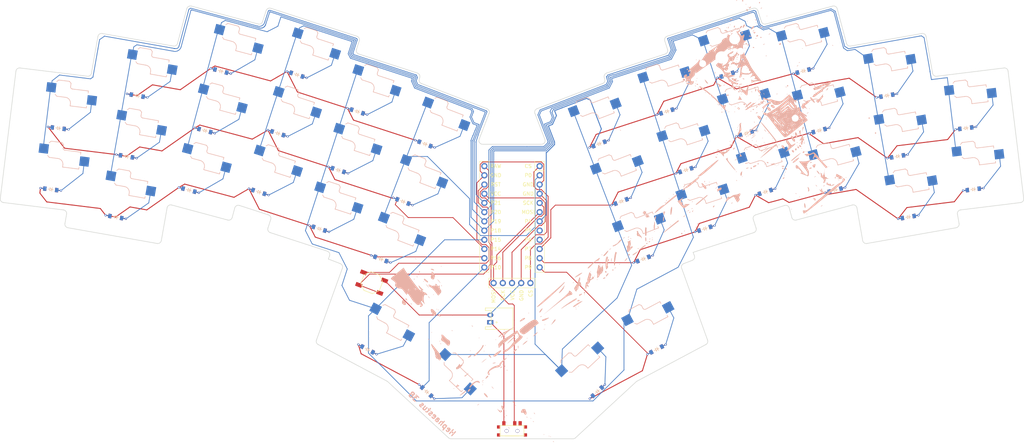
<source format=kicad_pcb>
(kicad_pcb (version 20241229) (generator "pcbnew") (generator_version "9.0")
  (title_block (title "Hepheaestes38v2") (date "2025-11-22") (rev "v1.0.0") (company "Unknown"))
  (layers (0 "F.Cu" signal) (2 "B.Cu" signal) (13 "F.Paste" user) (15 "B.Paste" user) (5 "F.SilkS" user "F.Silkscreen") (7 "B.SilkS" user "B.Silkscreen") (1 "F.Mask" user) (3 "B.Mask" user) (25 "Edge.Cuts" user))
  (net 0 "")
  (net 1 "P21")
  (net 2 "outer_bottom")
  (net 3 "GND")
  (net 4 "outer_home")
  (net 5 "P20")
  (net 6 "pinky_bottom")
  (net 7 "pinky_home")
  (net 8 "pinky_top")
  (net 9 "P19")
  (net 10 "ring_bottom")
  (net 11 "ring_home")
  (net 12 "ring_top")
  (net 13 "P18")
  (net 14 "middle_bottom")
  (net 15 "middle_home")
  (net 16 "middle_top")
  (net 17 "P15")
  (net 18 "index_bottom")
  (net 19 "index_home")
  (net 20 "index_top")
  (net 21 "P0")
  (net 22 "inner_bottom")
  (net 23 "inner_home")
  (net 24 "inner_top")
  (net 25 "mirror_outer_bottom")
  (net 26 "mirror_outer_home")
  (net 27 "mirror_pinky_bottom")
  (net 28 "mirror_pinky_home")
  (net 29 "mirror_pinky_top")
  (net 30 "mirror_ring_bottom")
  (net 31 "mirror_ring_home")
  (net 32 "mirror_ring_top")
  (net 33 "mirror_middle_bottom")
  (net 34 "mirror_middle_home")
  (net 35 "mirror_middle_top")
  (net 36 "mirror_index_bottom")
  (net 37 "mirror_index_home")
  (net 38 "mirror_index_top")
  (net 39 "mirror_inner_bottom")
  (net 40 "mirror_inner_home")
  (net 41 "mirror_inner_top")
  (net 42 "tucky_thumbrow")
  (net 43 "reachy_thumbrow")
  (net 44 "mirror_tucky_thumbrow")
  (net 45 "mirror_reachy_thumbrow")
  (net 46 "P16")
  (net 47 "P14")
  (net 48 "P21x")
  (net 49 "P8")
  (net 50 "P7")
  (net 51 "P4")
  (net 52 "P10")
  (net 53 "P9")
  (net 54 "RST")
  (net 55 "pos")
  (net 56 "RAW")
  (net 57 "MOSI")
  (net 58 "SCK")
  (net 59 "VCC")
  (net 60 "CS")
  (net 61 "P5")
  (net 62 "P6")
  (footprint "E73:SPDT_C128955" (layer "F.Cu") (at 177.094077 173.170286 180)
    (property "Reference" "T1" (hide yes))
    (property "Value" "" (hide yes))
  )
  (footprint "E73:SW_TACT_ALPS_SKQGABE010" (layer "F.Cu") (at 138.388795 132.273099 -21)
    (property "Reference" "B1" (hide yes))
    (property "Value" "" (hide yes))
  )
  (footprint "ceoloide:diode_tht_sod123" (layer "F.Cu") (at 219.772589 85.048916 -162)
    (property "Reference" "D31" (hide yes))
    (property "Value" "")
  )
  (footprint "ceoloide:mounting_hole_npth" (layer "F.Cu") (at 243.173661 60.445924 18)
    (property "Reference" "MH7" (hide yes))
    (property "Value" "")
  )
  (footprint "ceoloide:diode_tht_sod123" (layer "F.Cu") (at 67.802282 114.168216 170)
    (property "Reference" "D3" (hide yes))
    (property "Value" "")
  )
  (footprint "ceoloide:mounting_hole_npth" (layer "F.Cu") (at 313.450715 91.736996 7)
    (property "Reference" "MH6" (hide yes))
    (property "Value" "")
  )
  (footprint "ceoloide:diode_tht_sod123" (layer "F.Cu") (at 137.217885 150.673335 152)
    (property "Reference" "D35" (hide yes))
    (property "Value" "")
  )
  (footprint "ceoloide:diode_tht_sod123" (layer "F.Cu") (at 140.897924 125.736638 159)
    (property "Reference" "D15" (hide yes))
    (property "Value" "")
  )
  (footprint "ceoloide:mcu_nice_nano" (layer "F.Cu") (at 177.09408 112.817871)
    (property "Reference" "MCU1" (hide yes))
    (property "Value" "")
  )
  (footprint "ceoloide:diode_tht_sod123" (layer "F.Cu") (at 302.255455 89.658381 -173)
    (property "Reference" "D19" (hide yes))
    (property "Value" "")
  )
  (footprint "ceoloide:diode_tht_sod123" (layer "F.Cu") (at 146.990197 109.865769 159)
    (property "Reference" "D16" (hide yes))
    (property "Value" "")
  )
  (footprint "ceoloide:diode_tht_sod123" (layer "F.Cu") (at 216.970229 150.673314 -152)
    (property "Reference" "D37" (hide yes))
    (property "Value" "")
  )
  (footprint "ceoloide:mounting_hole_npth" (layer "F.Cu") (at 189.324525 172.546993 43)
    (property "Reference" "MH10" (hide yes))
    (property "Value" "")
  )
  (footprint "ceoloide:diode_tht_sod123" (layer "F.Cu") (at 107.229447 107.233778 162)
    (property "Reference" "D9" (hide yes))
    (property "Value" "")
  )
  (footprint "ceoloide:diode_tht_sod123" (layer "F.Cu") (at 261.825029 90.316479 -165)
    (property "Reference" "D24" (hide yes))
    (property "Value" "")
  )
  (footprint "ceoloide:diode_tht_sod123" (layer "F.Cu") (at 73.706297 80.684758 170)
    (property "Reference" "D5" (hide yes))
    (property "Value" "")
  )
  (footprint "ceoloide:diode_tht_sod123" (layer "F.Cu") (at 283.43384 97.426504 -170)
    (property "Reference" "D21" (hide yes))
    (property "Value" "")
  )
  (footprint "ceoloide:mounting_hole_npth" (layer "F.Cu") (at 164.863593 172.546995 -43)
    (property "Reference" "MH5" (hide yes))
    (property "Value" "")
  )
  (footprint "ceoloide:diode_tht_sod123" (layer "F.Cu") (at 241.70537 91.065803 -162)
    (property "Reference" "D27" (hide yes))
    (property "Value" "")
  )
  (footprint "ceoloide:diode_tht_sod123" (layer "F.Cu") (at 51.932665 89.658374 173)
    (property "Reference" "D2" (hide yes))
    (property "Value" "")
  )
  (footprint "ceoloide:diode_tht_sod123" (layer "F.Cu") (at 213.290182 125.736638 -159)
    (property "Reference" "D32" (hide yes))
    (property "Value" "")
  )
  (footprint "ceoloide:diode_tht_sod123" (layer "F.Cu") (at 96.763024 73.895742 165)
    (property "Reference" "D8" (hide yes))
    (property "Value" "")
  )
  (footprint "ceoloide:diode_tht_sod123" (layer "F.Cu") (at 123.908943 117.384854 162)
    (property "Reference" "D12" (hide yes))
    (property "Value" "")
  )
  (footprint "ceoloide:diode_tht_sod123" (layer "F.Cu") (at 117.736028 74.897847 162)
    (property "Reference" "D11" (hide yes))
    (property "Value" "")
  )
  (footprint "ceoloide:diode_tht_sod123" (layer "F.Cu") (at 112.482742 91.065798 162)
    (property "Reference" "D10" (hide yes))
    (property "Value" "")
  )
  (footprint "ceoloide:diode_tht_sod123" (layer "F.Cu") (at 153.555789 162.327035 137)
    (property "Reference" "D36" (hide yes))
    (property "Value" "")
  )
  (footprint "ceoloide:mounting_hole_npth" (layer "F.Cu") (at 186.650607 86.638 21)
    (property "Reference" "MH8" (hide yes))
    (property "Value" "")
  )
  (footprint "ceoloide:display_nice_view" (layer "F.Cu") (at 177.094078 115.675369)
    (property "Reference" "DISP1" (hide yes))
    (property "Value" "")
  )
  (footprint "ceoloide:mounting_hole_npth" (layer "F.Cu") (at 167.53752 86.637986 -21)
    (property "Reference" "MH3" (hide yes))
    (property "Value" "")
  )
  (footprint "ceoloide:diode_tht_sod123" (layer "F.Cu") (at 236.452102 74.897842 -162)
    (property "Reference" "D28" (hide yes))
    (property "Value" "")
  )
  (footprint "ceoloide:mounting_hole_npth" (layer "F.Cu") (at 256.266645 111.526327 15)
    (property "Reference" "MH9" (hide yes))
    (property "Value" "")
  )
  (footprint "ceoloide:diode_tht_sod123" (layer "F.Cu") (at 70.754296 97.426511 170)
    (property "Reference" "D4" (hide yes))
    (property "Value" "")
  )
  (footprint "ceoloide:diode_tht_sod123" (layer "F.Cu") (at 246.958655 107.233765 -162)
    (property "Reference" "D26" (hide yes))
    (property "Value" "")
  )
  (footprint "ceoloide:diode_tht_sod123" (layer "F.Cu") (at 201.105708 93.994909 -159)
    (property "Reference" "D34" (hide yes))
    (property "Value" "")
  )
  (footprint "ceoloide:diode_tht_sod123" (layer "F.Cu") (at 230.279182 117.384839 -162)
    (property "Reference" "D29" (hide yes))
    (property "Value" "")
  )
  (footprint "ceoloide:diode_tht_sod123" (layer "F.Cu") (at 207.197941 109.865778 -159)
    (property "Reference" "D33" (hide yes))
    (property "Value" "")
  )
  (footprint "ceoloide:diode_tht_sod123" (layer "F.Cu") (at 129.162237 101.216885 162)
    (property "Reference" "D13" (hide yes))
    (property "Value" "")
  )
  (footprint "ceoloide:diode_tht_sod123" (layer "F.Cu") (at 257.425097 73.895737 -165)
    (property "Reference" "D25" (hide yes))
    (property "Value" "")
  )
  (footprint "ceoloide:diode_tht_sod123" (layer "F.Cu") (at 286.385845 114.168243 -170)
    (property "Reference" "D20" (hide yes))
    (property "Value" "")
  )
  (footprint "ceoloide:diode_tht_sod123" (layer "F.Cu") (at 266.224935 106.737228 -165)
    (property "Reference" "D23" (hide yes))
    (property "Value" "")
  )
  (footprint "ceoloide:mounting_hole_npth" (layer "F.Cu") (at 111.014431 60.445924 -18)
    (property "Reference" "MH2" (hide yes))
    (property "Value" "")
  )
  (footprint "ceoloide:diode_tht_sod123" (layer "F.Cu") (at 280.481804 80.68478 -170)
    (property "Reference" "D22" (hide yes))
    (property "Value" "")
  )
  (footprint "ceoloide:diode_tht_sod123" (layer "F.Cu") (at 49.860885 106.531648 173)
    (property "Reference" "D1" (hide yes))
    (property "Value" "")
  )
  (footprint "ceoloide:diode_tht_sod123" (layer "F.Cu") (at 153.082427 93.994902 159)
    (property "Reference" "D17" (hide yes))
    (property "Value" "")
  )
  (footprint "JST_PH_S2B-PH-K_02x2.00mm_Angled" (layer "F.Cu") (at 171.094058 142.197882 90)
    (property "Reference" "JST1" (hide yes))
    (property "Value" "" (hide yes))
  )
  (footprint "ceoloide:mounting_hole_npth" (layer "F.Cu") (at 97.921474 111.526296 -15)
    (property "Reference" "MH4" (hide yes))
    (property "Value" "")
  )
  (footprint "ceoloide:mounting_hole_npth" (layer "F.Cu") (at 40.737393 91.737018 -7)
    (property "Reference" "MH1" (hide yes))
    (property "Value" "")
  )
  (footprint "ceoloide:diode_tht_sod123" (layer "F.Cu") (at 200.632353 162.32705 -137)
    (property "Reference" "D38" (hide yes))
    (property "Value" "")
  )
  (footprint "ceoloide:diode_tht_sod123" (layer "F.Cu") (at 134.415514 85.048929 162)
    (property "Reference" "D14" (hide yes))
    (property "Value" "")
  )
  (footprint "ceoloide:diode_tht_sod123" (layer "F.Cu") (at 87.96317 106.737231 165)
    (property "Reference" "D6" (hide yes))
    (property "Value" "")
  )
  (footprint "ceoloide:diode_tht_sod123" (layer "F.Cu") (at 304.327235 106.531673 -173)
    (property "Reference" "D18" (hide yes))
    (property "Value" "")
  )
  (footprint "ceoloide:diode_tht_sod123" (layer "F.Cu") (at 92.363082 90.316491 165)
    (property "Reference" "D7" (hide yes))
    (property "Value" "")
  )
  (footprint "ceoloide:diode_tht_sod123" (layer "F.Cu") (at 225.025891 101.216863 -162)
    (property "Reference" "D30" (hide yes))
    (property "Value" "")
  )
  (footprint "LOGO" (layer "B.Cu") (at 214.5 114.75 129)
    (property "Reference" "G***")
    (property "Value" "LOGO" (hide yes))
  )
  (footprint "ceoloide:switch_choc_v1_v2" (layer "B.Cu") (at 98.057102 69.066094 -15)
    (property "Reference" "S8" (hide yes))
    (property "Value" "")
  )
  (footprint "ceoloide:switch_choc_v1_v2" (layer "B.Cu") (at 130.707307 96.461602 -18)
    (property "Reference" "S13" (hide yes))
    (property "Value" "")
  )
  (footprint "ceoloide:switch_choc_v1_v2" (layer "B.Cu") (at 114.027834 86.310506 -18)
    (property "Reference" "S10" (hide yes))
    (property "Value" "")
  )
  (footprint "ceoloide:switch_choc_v1_v2" (layer "B.Cu") (at 156.965789 158.670275 -43)
    (property "Reference" "S36" (hide yes))
    (property "Value" "")
  )
  (footprint "ceoloide:switch_choc_v1_v2" (layer "B.Cu") (at 142.689777 121.068738 -21)
    (property "Reference" "S15" (hide yes))
    (property "Value" "")
  )
  (footprint "ceoloide:switch_choc_v1_v2" (layer "B.Cu") (at 260.530929 85.486837 15)
    (property "Reference" "S24" (hide yes))
    (property "Value" "")
  )
  (footprint "ceoloide:switch_choc_v1_v2" (layer "B.Cu") (at 68.670513 109.244188 -10)
    (property "Reference" "S3" (hide yes))
    (property "Value" "")
  )
  (footprint "ceoloide:switch_choc_v1_v2" (layer "B.Cu") (at 240.160289 86.310536 18)
    (property "Reference" "S27" (hide yes))
    (property "Value" "")
  )
  (footprint "ceoloide:switch_choc_v1_v2" (layer "B.Cu") (at 119.281114 70.142564 -18)
    (property "Reference" "S11" (hide yes))
    (property "Value" "")
  )
  (footprint "ceoloide:switch_choc_v1_v2" (layer "B.Cu") (at 301.646104 84.695648 7)
    (property "Reference" "S19" (hide yes))
    (property "Value" "")
  )
  (footprint "ceoloide:switch_choc_v1_v2" (layer "B.Cu") (at 89.257269 101.907572 -15)
    (property "Reference" "S6" (hide yes))
    (property "Value" "")
  )
  (footprint "ceoloide:switch_choc_v1_v2" (layer "B.Cu") (at 228.734082 112.629574 18)
    (property "Reference" "S29" (hide yes))
    (property "Value" "")
  )
  (footprint "ceoloide:switch_choc_v1_v2" (layer "B.Cu") (at 52.542032 84.695649 -7)
    (property "Reference" "S2" (hide yes))
    (property "Value" "")
  )
  (footprint "ceoloide:switch_choc_v1_v2" (layer "B.Cu") (at 148.782006 105.197864 -21)
    (property "Reference" "S16" (hide yes))
    (property "Value" "")
  )
  (footprint "ceoloide:switch_choc_v1_v2" (layer "B.Cu") (at 264.930851 101.907602 15)
    (property "Reference" "S23" (hide yes))
    (property "Value" "")
  )
  (footprint "ceoloide:switch_choc_v1_v2" (layer "B.Cu") (at 93.657195 85.486856 -15)
    (property "Reference" "S7" (hide yes))
    (property "Value" "")
  )
  (footprint "ceoloide:switch_choc_v1_v2" (layer "B.Cu") (at 135.960601 80.293635 -18)
    (property "Reference" "S14" (hide yes))
    (property "Value" "")
  )
  (footprint "ceoloide:switch_choc_v1_v2" (layer "B.Cu") (at 279.613586 75.760738 10)
    (property "Reference" "S22" (hide yes))
    (property "Value" "")
  )
  (footprint "ceoloide:switch_choc_v1_v2" (layer "B.Cu") (at 211.498348 121.068748 21)
    (property "Reference" "S32" (hide yes))
    (property "Value" "")
  )
  (footprint "ceoloide:switch_choc_v1_v2" (layer "B.Cu") (at 154.874282 89.327005 -21)
    (property "Reference" "S17" (hide yes))
    (property "Value" "")
  )
  (footprint "ceoloide:switch_choc_v1_v2" (layer "B.Cu") (at 108.774537 102.478478 -18)
    (property "Reference" "S9" (hide yes))
    (property "Value" "")
  )
  (footprint "ceoloide:switch_choc_v1_v2" (layer "B.Cu") (at 139.565247 146.258581 -28)
    (property "Reference" "S35" (hide yes))
    (property "Value" "")
  )
  (footprint "ceoloide:switch_choc_v1_v2" (layer "B.Cu") (at 74.574555 75.760732 -10)
    (property "Reference" "S5" (hide yes))
    (property "Value" "")
  )
  (footprint "ceoloide:switch_choc_v1_v2" (layer "B.Cu") (at 245.413583 102.478482 18)
    (property "Reference" "S26" (hide yes))
    (property "Value" "")
  )
  (footprint "ceoloide:switch_choc_v1_v2" (layer "B.Cu") (at 223.48079 96.461607 18)
    (property "Reference" "S30" (hide yes))
    (property "Value" "")
  )
  (footprint "ceoloide:switch_choc_v1_v2" (layer "B.Cu") (at 50.470243 101.568934 -7)
    (property "Reference" "S1" (hide yes))
    (property "Value" "")
  )
  (footprint "ceoloide:switch_choc_v1_v2" (layer "B.Cu") (at 199.313838 89.327005 21)
    (property "Reference" "S34" (hide yes))
    (property "Value" "")
  )
  (footprint "ceoloide:switch_choc_v1_v2" (layer "B.Cu") (at 303.717912 101.56892 7)
    (property "Reference" "S18" (hide yes))
    (property "Value" "")
  )
  (footprint "ceoloide:switch_choc_v1_v2" (layer "B.Cu") (at 285.517607 109.244207 10)
    (property "Reference" "S20" (hide yes))
    (property "Value" "")
  )
  (footprint "ceoloide:switch_choc_v1_v2" (layer "B.Cu") (at 197.222325 158.670276 43)
    (property "Reference" "S38" (hide yes))
    (property "Value" "")
  )
  (footprint "ceoloide:switch_choc_v1_v2" (layer "B.Cu") (at 234.907002 70.142566 18)
    (property "Reference" "S28" (hide yes))
    (property "Value" "")
  )
  (footprint "ceoloide:switch_choc_v1_v2" (layer "B.Cu") (at 256.131007 69.06611 15)
    (property "Reference" "S25" (hide yes))
    (property "Value" "")
  )
  (footprint "ceoloide:switch_choc_v1_v2" (layer "B.Cu") (at 282.565572 92.502492 10)
    (property "Reference" "S21" (hide yes))
    (property "Value" "")
  )
  (footprint "ceoloide:switch_choc_v1_v2" (layer "B.Cu") (at 205.406083 105.197858 21)
    (property "Reference" "S33" (hide yes))
    (property "Value" "")
  )
  (footprint "ceoloide:switch_choc_v1_v2" (layer "B.Cu") (at 214.622889 146.258597 28)
    (property "Reference" "S37" (hide yes))
    (property "Value" "")
  )
  (footprint "ceoloide:switch_choc_v1_v2" (layer "B.Cu") (at 218.22751 80.293628 18)
    (property "Reference" "S31" (hide yes))
    (property "Value" "")
  )
  (footprint "ceoloide:switch_choc_v1_v2" (layer "B.Cu") (at 71.622514 92.502469 -10)
    (property "Reference" "S4" (hide yes))
    (property "Value" "")
  )
  (footprint "ceoloide:switch_choc_v1_v2" (layer "B.Cu") (at 125.454052 112.629557 -18)
    (property "Reference" "S12" (hide yes))
    (property "Value" "")
  )
  (gr_arc (start 255.496738 114.995264) (mid 254.737929 114.895355) (end 254.271991 114.288159) (stroke (width 0.15)) (layer "Edge.Cuts"))
  (gr_line (start 244.416322 117.207548) (end 243.64375 114.829911) (stroke (width 0.15)) (layer "Edge.Cuts"))
  (gr_line (start 134.190793 67.942193) (end 134.963339 65.564564) (stroke (width 0.15)) (layer "Edge.Cuts"))
  (gr_line (start 54.23511 113.368034) (end 53.778048 115.960174) (stroke (width 0.15)) (layer "Edge.Cuts"))
  (gr_line (start 107.084831 60.925259) (end 88.622993 55.978425) (stroke (width 0.15)) (layer "Edge.Cuts"))
  (gr_arc (start 274.978748 121.459823) (mid 274.231487 121.294199) (end 273.820266 120.648675) (stroke (width 0.15)) (layer "Edge.Cuts"))
  (gr_arc (start 40.263833 73.919002) (mid 40.640707 73.252862) (end 41.378239 73.048303) (stroke (width 0.15)) (layer "Edge.Cuts"))
  (gr_arc (start 294.208573 75.332272) (mid 293.491886 75.143568) (end 293.101882 74.513359) (stroke (width 0.15)) (layer "Edge.Cuts"))
  (gr_line (start 109.284818 57.221124) (end 108.2947 60.268366) (stroke (width 0.15)) (layer "Edge.Cuts"))
  (gr_arc (start 109.284818 57.221124) (mid 109.781881 56.639168) (end 110.544888 56.579086) (stroke (width 0.15)) (layer "Edge.Cuts"))
  (gr_arc (start 126.139233 123.577118) (mid 126.732783 124.097661) (end 126.763778 124.886538) (stroke (width 0.15)) (layer "Edge.Cuts"))
  (gr_line (start 159.595352 175.071707) (end 142.818077 159.577566) (stroke (width 0.15)) (layer "Edge.Cuts"))
  (gr_line (start 244.285811 113.569835) (end 252.29297 110.968151) (stroke (width 0.15)) (layer "Edge.Cuts"))
  (gr_arc (start 211.370033 159.577539) (mid 211.469759 159.496663) (end 211.579022 159.429225) (stroke (width 0.15)) (layer "Edge.Cuts"))
  (gr_arc (start 170.199392 84.284063) (mid 170.754562 84.810921) (end 170.77457 85.576031) (stroke (width 0.15)) (layer "Edge.Cuts"))
  (gr_line (start 110.54436 114.829906) (end 109.771818 117.207559) (stroke (width 0.15)) (layer "Edge.Cuts"))
  (gr_arc (start 265.565124 55.978421) (mid 266.323949 56.078321) (end 266.789878 56.685537) (stroke (width 0.15)) (layer "Edge.Cuts"))
  (gr_arc (start 227.398696 124.819717) (mid 227.378627 125.584805) (end 226.823452 126.111648) (stroke (width 0.15)) (layer "Edge.Cuts"))
  (gr_arc (start 99.916124 114.288164) (mid 99.450195 114.895333) (end 98.691387 114.995272) (stroke (width 0.15)) (layer "Edge.Cuts"))
  (gr_arc (start 299.953003 113.368044) (mid 300.133967 112.599575) (end 300.81596 112.201853) (stroke (width 0.15)) (layer "Edge.Cuts"))
  (gr_arc (start 252.29297 110.968151) (mid 253.079113 111.040419) (end 253.567899 111.66038) (stroke (width 0.15)) (layer "Edge.Cuts"))
  (gr_arc (start 219.997346 67.942222) (mid 219.937288 68.705239) (end 219.355286 69.20228) (stroke (width 0.15)) (layer "Edge.Cuts"))
  (gr_line (start 151.000798 74.45558) (end 134.832818 69.202296) (stroke (width 0.15)) (layer "Edge.Cuts"))
  (gr_line (start 134.3213 64.304501) (end 110.544888 56.579086) (stroke (width 0.15)) (layer "Edge.Cuts"))
  (gr_arc (start 36.820318 110.16953) (mid 36.154234 109.792626) (end 35.949646 109.055109) (stroke (width 0.15)) (layer "Edge.Cuts"))
  (gr_line (start 62.877203 64.356262) (end 61.086239 74.513352) (stroke (width 0.15)) (layer "Edge.Cuts"))
  (gr_line (start 300.81596 112.201853) (end 317.367773 110.169534) (stroke (width 0.15)) (layer "Edge.Cuts"))
  (gr_arc (start 134.832818 69.202296) (mid 134.250791 68.705219) (end 134.190793 67.942193) (stroke (width 0.15)) (layer "Edge.Cuts"))
  (gr_line (start 269.361786 66.284102) (end 266.789878 56.685537) (stroke (width 0.15)) (layer "Edge.Cuts"))
  (gr_line (start 35.949646 109.055109) (end 40.263833 73.919002) (stroke (width 0.15)) (layer "Edge.Cuts"))
  (gr_line (start 253.567899 111.66038) (end 254.271991 114.288159) (stroke (width 0.15)) (layer "Edge.Cuts"))
  (gr_line (start 123.622077 149.333678) (end 142.609073 159.429236) (stroke (width 0.15)) (layer "Edge.Cuts"))
  (gr_line (start 227.398696 124.819717) (end 227.046671 123.902748) (stroke (width 0.15)) (layer "Edge.Cuts"))
  (gr_arc (start 160.273794 175.337043) (mid 159.909549 175.268336) (end 159.59533 175.0717) (stroke (width 0.15)) (layer "Edge.Cuts"))
  (gr_line (start 202.076871 77.340694) (end 183.988745 84.284078) (stroke (width 0.15)) (layer "Edge.Cuts"))
  (gr_line (start 170.199392 84.284063) (end 152.111241 77.3407) (stroke (width 0.15)) (layer "Edge.Cuts"))
  (gr_line (start 245.893426 60.26836) (end 244.903322 57.221143) (stroke (width 0.15)) (layer "Edge.Cuts"))
  (gr_arc (start 270.98759 110.844491) (mid 271.783737 110.967018) (end 272.231226 111.636793) (stroke (width 0.15)) (layer "Edge.Cuts"))
  (gr_arc (start 290.152464 63.545075) (mid 290.899713 63.710713) (end 291.310906 64.356232) (stroke (width 0.15)) (layer "Edge.Cuts"))
  (gr_line (start 59.979551 75.332257) (end 41.378239 73.048303) (stroke (width 0.15)) (layer "Edge.Cuts"))
  (gr_arc (start 231.037267 148.111509) (mid 231.029602 148.810486) (end 230.566032 149.333675) (stroke (width 0.15)) (layer "Edge.Cuts"))
  (gr_arc (start 84.826318 66.284114) (mid 84.397694 66.868687) (end 83.686741 67.010091) (stroke (width 0.15)) (layer "Edge.Cuts"))
  (gr_arc (start 202.669548 76.098106) (mid 202.621089 76.837632) (end 202.076871 77.340694) (stroke (width 0.15)) (layer "Edge.Cuts"))
  (gr_arc (start 270.501392 67.010108) (mid 269.790421 66.868698) (end 269.361786 66.284102) (stroke (width 0.15)) (layer "Edge.Cuts"))
  (gr_arc (start 110.413853 118.467628) (mid 109.831803 117.970572) (end 109.771818 117.207559) (stroke (width 0.15)) (layer "Edge.Cuts"))
  (gr_line (start 168.028489 92.729884) (end 170.77457 85.576031) (stroke (width 0.15)) (layer "Edge.Cuts"))
  (gr_arc (start 194.592792 175.071702) (mid 194.278581 175.268366) (end 193.914321 175.337065) (stroke (width 0.15)) (layer "Edge.Cuts"))
  (gr_line (start 312.809845 73.04831) (end 294.208573 75.332272) (stroke (width 0.15)) (layer "Edge.Cuts"))
  (gr_arc (start 62.877203 64.356262) (mid 63.288447 63.710769) (end 64.035676 63.545097) (stroke (width 0.15)) (layer "Edge.Cuts"))
  (gr_line (start 36.820318 110.16953) (end 53.372155 112.201858) (stroke (width 0.15)) (layer "Edge.Cuts"))
  (gr_line (start 265.565124 55.978421) (end 247.10329 60.925267) (stroke (width 0.15)) (layer "Edge.Cuts"))
  (gr_arc (start 81.956899 111.636782) (mid 82.404407 110.967027) (end 83.200521 110.844516) (stroke (width 0.15)) (layer "Edge.Cuts"))
  (gr_line (start 54.589192 117.118626) (end 79.209416 121.459862) (stroke (width 0.15)) (layer "Edge.Cuts"))
  (gr_line (start 168.962063 94.088269) (end 185.226057 94.088259) (stroke (width 0.15)) (layer "Edge.Cuts"))
  (gr_arc (start 109.902313 113.569842) (mid 110.484335 114.066899) (end 110.54436 114.829906) (stroke (width 0.15)) (layer "Edge.Cuts"))
  (gr_line (start 219.224791 65.564576) (end 219.997346 67.942222) (stroke (width 0.15)) (layer "Edge.Cuts"))
  (gr_line (start 300.410073 115.960173) (end 299.953003 113.368044) (stroke (width 0.15)) (layer "Edge.Cuts"))
  (gr_arc (start 183.413515 85.576035) (mid 183.433537 84.810903) (end 183.988745 84.284078) (stroke (width 0.15)) (layer "Edge.Cuts"))
  (gr_line (start 272.231226 111.636793) (end 273.820266 120.648675) (stroke (width 0.15)) (layer "Edge.Cuts"))
  (gr_arc (start 318.238474 109.055119) (mid 318.03395 109.792684) (end 317.367773 110.169534) (stroke (width 0.15)) (layer "Edge.Cuts"))
  (gr_line (start 87.398231 56.685552) (end 84.826318 66.284114) (stroke (width 0.15)) (layer "Edge.Cuts"))
  (gr_line (start 274.978748 121.459823) (end 299.598909 117.118625) (stroke (width 0.15)) (layer "Edge.Cuts"))
  (gr_line (start 99.916124 114.288164) (end 100.620257 111.660392) (stroke (width 0.15)) (layer "Edge.Cuts"))
  (gr_arc (start 243.64375 114.829911) (mid 243.703825 114.06691) (end 244.285811 113.569835) (stroke (width 0.15)) (layer "Edge.Cuts"))
  (gr_arc (start 129.717455 127.014831) (mid 130.26847 127.53236) (end 130.299789 128.287638) (stroke (width 0.15)) (layer "Edge.Cuts"))
  (gr_arc (start 100.620257 111.660392) (mid 101.109009 111.040439) (end 101.895154 110.968167) (stroke (width 0.15)) (layer "Edge.Cuts"))
  (gr_line (start 219.355286 69.20228) (end 203.187341 74.455569) (stroke (width 0.15)) (layer "Edge.Cuts"))
  (gr_line (start 151.518562 76.098125) (end 151.642826 75.715644) (stroke (width 0.15)) (layer "Edge.Cuts"))
  (gr_arc (start 243.643256 56.579085) (mid 244.406237 56.639166) (end 244.903322 57.221143) (stroke (width 0.15)) (layer "Edge.Cuts"))
  (gr_line (start 211.370033 159.577539) (end 194.592792 175.071702) (stroke (width 0.15)) (layer "Edge.Cuts"))
  (gr_line (start 126.763778 124.886538) (end 126.431075 125.753293) (stroke (width 0.15)) (layer "Edge.Cuts"))
  (gr_line (start 101.895154 110.968167) (end 109.902313 113.569842) (stroke (width 0.15)) (layer "Edge.Cuts"))
  (gr_line (start 83.686741 67.010091) (end 64.035676 63.545097) (stroke (width 0.15)) (layer "Edge.Cuts"))
  (gr_arc (start 168.962063 94.088269) (mid 168.137875 93.654671) (end 168.028489 92.729884) (stroke (width 0.15)) (layer "Edge.Cuts"))
  (gr_line (start 290.152464 63.545075) (end 270.501392 67.010108) (stroke (width 0.15)) (layer "Edge.Cuts"))
  (gr_arc (start 247.10329 60.925267) (mid 246.367342 60.838132) (end 245.893426 60.26836) (stroke (width 0.15)) (layer "Edge.Cuts"))
  (gr_line (start 223.888316 128.28765) (end 231.037267 148.111509) (stroke (width 0.15)) (layer "Edge.Cuts"))
  (gr_line (start 110.413853 118.467628) (end 126.139233 123.577118) (stroke (width 0.15)) (layer "Edge.Cuts"))
  (gr_line (start 123.150854 148.1115) (end 130.299789 128.287638) (stroke (width 0.15)) (layer "Edge.Cuts"))
  (gr_line (start 202.545288 75.715652) (end 202.669548 76.098106) (stroke (width 0.15)) (layer "Edge.Cuts"))
  (gr_arc (start 123.622077 149.333678) (mid 123.158501 148.810483) (end 123.150854 148.1115) (stroke (width 0.15)) (layer "Edge.Cuts"))
  (gr_arc (start 312.809845 73.04831) (mid 313.547381 73.252839) (end 313.92429 73.918981) (stroke (width 0.15)) (layer "Edge.Cuts"))
  (gr_arc (start 202.545288 75.715652) (mid 202.605334 74.95263) (end 203.187341 74.455569) (stroke (width 0.15)) (layer "Edge.Cuts"))
  (gr_arc (start 108.2947 60.268366) (mid 107.8208 60.838162) (end 107.084831 60.925259) (stroke (width 0.15)) (layer "Edge.Cuts"))
  (gr_arc (start 134.3213 64.304501) (mid 134.903246 64.80157) (end 134.963339 65.564564) (stroke (width 0.15)) (layer "Edge.Cuts"))
  (gr_arc (start 54.589192 117.118626) (mid 53.943692 116.707395) (end 53.778048 115.960174) (stroke (width 0.15)) (layer "Edge.Cuts"))
  (gr_arc (start 244.416322 117.207548) (mid 244.356242 117.970542) (end 243.774273 118.467643) (stroke (width 0.15)) (layer "Edge.Cuts"))
  (gr_line (start 293.101882 74.513359) (end 291.310906 64.356232) (stroke (width 0.15)) (layer "Edge.Cuts"))
  (gr_line (start 224.470645 127.014822) (end 226.823452 126.111648) (stroke (width 0.15)) (layer "Edge.Cuts"))
  (gr_line (start 255.496738 114.995264) (end 270.98759 110.844491) (stroke (width 0.15)) (layer "Edge.Cuts"))
  (gr_line (start 313.92429 73.918981) (end 318.238474 109.055119) (stroke (width 0.15)) (layer "Edge.Cuts"))
  (gr_line (start 193.914321 175.337065) (end 160.273794 175.337043) (stroke (width 0.15)) (layer "Edge.Cuts"))
  (gr_arc (start 219.224791 65.564576) (mid 219.284819 64.801563) (end 219.866805 64.304503) (stroke (width 0.15)) (layer "Edge.Cuts"))
  (gr_line (start 83.200521 110.844516) (end 98.691387 114.995272) (stroke (width 0.15)) (layer "Edge.Cuts"))
  (gr_arc (start 152.111241 77.3407) (mid 151.567043 76.837638) (end 151.518562 76.098125) (stroke (width 0.15)) (layer "Edge.Cuts"))
  (gr_line (start 126.431075 125.753293) (end 129.717455 127.014831) (stroke (width 0.15)) (layer "Edge.Cuts"))
  (gr_arc (start 142.609073 159.429236) (mid 142.718352 159.496671) (end 142.818077 159.577566) (stroke (width 0.15)) (layer "Edge.Cuts"))
  (gr_line (start 211.579022 159.429225) (end 230.566032 149.333675) (stroke (width 0.15)) (layer "Edge.Cuts"))
  (gr_arc (start 151.000798 74.45558) (mid 151.582743 74.952653) (end 151.642826 75.715644) (stroke (width 0.15)) (layer "Edge.Cuts"))
  (gr_arc (start 223.888316 128.28765) (mid 223.919682 127.532382) (end 224.470645 127.014822) (stroke (width 0.15)) (layer "Edge.Cuts"))
  (gr_arc (start 87.398231 56.685552) (mid 87.864157 56.07835) (end 88.622993 55.978425) (stroke (width 0.15)) (layer "Edge.Cuts"))
  (gr_line (start 80.367869 120.648662) (end 81.956899 111.636782) (stroke (width 0.15)) (layer "Edge.Cuts"))
  (gr_arc (start 53.372155 112.201858) (mid 54.054165 112.599562) (end 54.23511 113.368034) (stroke (width 0.15)) (layer "Edge.Cuts"))
  (gr_arc (start 61.086239 74.513352) (mid 60.69626 75.14359) (end 59.979551 75.332257) (stroke (width 0.15)) (layer "Edge.Cuts"))
  (gr_line (start 183.413515 85.576035) (end 186.159647 92.729888) (stroke (width 0.15)) (layer "Edge.Cuts"))
  (gr_line (start 243.643256 56.579085) (end 219.866805 64.304503) (stroke (width 0.15)) (layer "Edge.Cuts"))
  (gr_arc (start 300.410073 115.960173) (mid 300.244428 116.70742) (end 299.598909 117.118625) (stroke (width 0.15)) (layer "Edge.Cuts"))
  (gr_arc (start 186.159647 92.729888) (mid 186.050172 93.654651) (end 185.226057 94.088259) (stroke (width 0.15)) (layer "Edge.Cuts"))
  (gr_line (start 227.046671 123.902748) (end 243.774273 118.467643) (stroke (width 0.15)) (layer "Edge.Cuts"))
  (gr_arc (start 80.367869 120.648662) (mid 79.956649 121.294188) (end 79.209416 121.459862) (stroke (width 0.15)) (layer "Edge.Cuts"))
  (gr_text "Hephaestus 38" (at 160.75 175 317) (layer "B.SilkS") (effects (font (size 1.5 1.5) (thickness 0.3) (bold yes)) (justify left bottom mirror)))
  (segment (start 289.438976 64.281167) (end 289.438926 64.281199) (width 0.2) (layer "B.Cu") (net 1))
  (segment (start 167.196217 93.584843) (end 167.144512 93.468694) (width 0.2) (layer "B.Cu") (net 1))
  (segment (start 87.875511 57.226383) (end 85.457241 66.251609) (width 0.2) (layer "B.Cu") (net 1))
  (segment (start 167.196215 108.000022) (end 167.196217 93.584843) (width 0.2) (layer "B.Cu") (net 1))
  (segment (start 297.517153 79.38526) (end 299.546038 95.909173) (width 0.2) (layer "B.Cu") (net 1))
  (segment (start 297.165223 75.713545) (end 292.94691 76.231474) (width 0.2) (layer "B.Cu") (net 1))
  (segment (start 52.270154 74.991178) (end 50.239131 76.577989) (width 0.2) (layer "B.Cu") (net 1))
  (segment (start 170.702924 95.689259) (end 170.702914 109.049006) (width 0.2) (layer "B.Cu") (net 1))
  (segment (start 170.03905 84.875694) (end 169.874542 84.803147) (width 0.2) (layer "B.Cu") (net 1))
  (segment (start 171.70292 94.689254) (end 170.702924 95.689259) (width 0.2) (layer "B.Cu") (net 1))
  (segment (start 134.390742 65.148783) (end 134.321101 65.012047) (width 0.2) (layer "B.Cu") (net 1))
  (segment (start 245.573114 61.137243) (end 245.538019 61.119355) (width 0.2) (layer "B.Cu") (net 1))
  (segment (start 246.543457 61.697464) (end 245.573114 61.137243) (width 0.2) (layer "B.Cu") (net 1))
  (segment (start 62.88052 67.798555) (end 61.510042 75.570847) (width 0.2) (layer "B.Cu") (net 1))
  (segment (start 221.019052 68.052601) (end 220.210739 69.638968) (width 0.2) (layer "B.Cu") (net 1))
  (segment (start 169.874542 84.803147) (end 151.902479 77.904324) (width 0.2) (layer "B.Cu") (net 1))
  (segment (start 50.016558 78.390876) (end 49.820424 78.544104) (width 0.2) (layer "B.Cu") (net 1))
  (segment (start 203.0737 77.572918) (end 203.058205 77.607747) (width 0.2) (layer "B.Cu") (net 1))
  (segment (start 84.025346 67.680067) (end 83.92363 67.662121) (width 0.2) (layer "B.Cu") (net 1))
  (segment (start 50.239131 76.577989) (end 50.016553 78.390876) (width 0.2) (layer "B.Cu") (net 1))
  (segment (start 133.610325 67.783841) (end 134.350484 65.505861) (width 0.2) (layer "B.Cu") (net 1))
  (segment (start 110.471882 57.187295) (end 110.297147 57.139793) (width 0.2) (layer "B.Cu") (net 1))
  (segment (start 106.897725 61.497316) (end 88.474578 56.560855) (width 0.2) (layer "B.Cu") (net 1))
  (segment (start 150.483075 74.919298) (end 133.39858 69.368193) (width 0.2) (layer "B.Cu") (net 1))
  (segment (start 60.841074 76.043552) (end 52.270154 74.991178) (width 0.2) (layer "B.Cu") (net 1))
  (segment (start 170.17401 85.178821) (end 170.173538 85.152863) (width 0.2) (layer "B.Cu") (net 1))
  (segment (start 264.567116 56.868047) (end 246.543457 61.697464) (width 0.2) (layer "B.Cu") (net 1))
  (segment (start 109.883972 57.350279) (end 109.823971 57.506593) (width 0.2) (layer "B.Cu") (net 1))
  (segment (start 134.321101 65.012047) (end 134.194442 64.903883) (width 0.2) (layer "B.Cu") (net 1))
  (segment (start 167.749856 91.493968) (end 170.17401 85.178821) (width 0.2) (layer "B.Cu") (net 1))
  (segment (start 186.834413 92.810681) (end 186.828875 92.823122) (width 0.2) (layer "B.Cu") (net 1))
  (segment (start 134.350484 65.505861) (end 134.403817 65.314854) (width 0.2) (layer "B.Cu") (net 1))
  (segment (start 289.438926 64.281199) (end 269.851437 67.735004) (width 0.2) (layer "B.Cu") (net 1))
  (segment (start 133.39858 69.368193) (end 133.213541 69.005029) (width 0.2) (layer "B.Cu") (net 1))
  (segment (start 150.703654 74.99094) (end 150.483087 74.919297) (width 0.2) (layer "B.Cu") (net 1))
  (segment (start 108.888738 60.439418) (end 108.871822 60.491455) (width 0.2) (layer "B.Cu") (net 1))
  (segment (start 60.894059 76.002153) (end 60.841074 76.043552) (width 0.2) (layer "B.Cu") (net 1))
  (segment (start 83.818339 67.634825) (end 84.231293 67.707641) (width 0.2) (layer "B.Cu") (net 1))
  (segment (start 290.760844 64.697666) (end 290.019762 64.178755) (width 0.2) (layer "B.Cu") (net 1))
  (segment (start 150.660965 76.606351) (end 151.102075 77.597082) (width 0.2) (layer "B.Cu") (net 1))
  (segment (start 150.483087 74.919297) (end 150.483075 74.919298) (width 0.2) (layer "B.Cu") (net 1))
  (segment (start 167.144512 93.468694) (end 167.772 91.537461) (width 0.2) (layer "B.Cu") (net 1))
  (segment (start 64.656516 64.303857) (end 63.333361 65.230349) (width 0.2) (layer "B.Cu") (net 1))
  (segment (start 109.823971 57.506593) (end 108.971882 60.129025) (width 0.2) (layer "B.Cu") (net 1))
  (segment (start 109.993219 57.222396) (end 109.883972 57.350279) (width 0.2) (layer "B.Cu") (net 1))
  (segment (start 134.403817 65.314854) (end 134.390742 65.148783) (width 0.2) (layer "B.Cu") (net 1))
  (segment (start 243.841146 57.146691) (end 220.164182 64.839795) (width 0.2) (layer "B.Cu") (net 1))
  (segment (start 151.013703 75.687403) (end 150.703654 74.99094) (width 0.2) (layer "B.Cu") (net 1))
  (segment (start 204.018461 74.817454) (end 203.499331 74.986122) (width 0.2) (layer "B.Cu") (net 1))
  (segment (start 297.670403 79.189123) (end 297.593134 79.198609) (width 0.2) (layer "B.Cu") (net 1))
  (segment (start 219.777763 69.696948) (end 219.777769 69.696956) (width 0.2) (layer "B.Cu") (net 1))
  (segment (start 269.439199 67.435491) (end 268.862309 67.102411) (width 0.2) (layer "B.Cu") (net 1))
  (segment (start 220.111615 69.588486) (end 219.777763 69.696948) (width 0.2) (layer "B.Cu") (net 1))
  (segment (start 220.164182 64.839795) (end 219.995886 64.903665) (width 0.2) (layer "B.Cu") (net 1))
  (segment (start 169.474086 110.277864) (end 167.196215 108.000022) (width 0.2) (layer "B.Cu") (net 1))
  (segment (start 269.851437 67.735004) (end 269.439199 67.435491) (width 0.2) (layer "B.Cu") (net 1))
  (segment (start 187.018768 93.317831) (end 187.018768 93.615112) (width 0.2) (layer "B.Cu") (net 1))
  (segment (start 245.538019 61.119355) (end 244.368235 57.519191) (width 0.2) (layer "B.Cu") (net 1))
  (segment (start 265.091175 56.727613) (end 264.567116 56.868047) (width 0.2) (layer "B.Cu") (net 1))
  (segment (start 110.297147 57.139793) (end 110.129463 57.152957) (width 0.2) (layer "B.Cu") (net 1))
  (segment (start 187.018768 93.615112) (end 185.944622 94.689263) (width 0.2) (layer "B.Cu") (net 1))
  (segment (start 85.457241 66.251609) (end 85.260096 66.987253) (width 0.2) (layer "B.Cu") (net 1))
  (segment (start 151.902479 77.904324) (end 151.102075 77.597082) (width 0.2) (layer "B.Cu") (net 1))
  (segment (start 134.010035 64.835283) (end 110.471882 57.187295) (width 0.2) (layer "B.Cu") (net 1))
  (segment (start 110.129463 57.152957) (end 109.993219 57.222396) (width 0.2) (layer "B.Cu") (net 1))
  (segment (start 170.072632 84.909283) (end 170.03905 84.875694) (width 0.2) (layer "B.Cu") (net 1))
  (segment (start 88.474578 56.560855) (end 87.976842 56.848214) (width 0.2) (layer "B.Cu") (net 1))
  (segment (start 87.976842 56.848214) (end 87.875511 57.226383) (width 0.2) (layer "B.Cu") (net 1))
  (segment (start 84.025346 67.680067) (end 64.663209 64.266018) (width 0.2) (layer "B.Cu") (net 1))
  (segment (start 47.791545 95.068031) (end 47.944757 95.264161) (width 0.2) (layer "B.Cu") (net 1))
  (segment (start 203.283488 75.409763) (end 203.105214 75.467688) (width 0.2) (layer "B.Cu") (net 1))
  (segment (start 133.213541 69.005029) (end 133.610325 67.783841) (width 0.2) (layer "B.Cu") (net 1))
  (segment (start 266.263809 57.404636) (end 265.091175 56.727613) (width 0.2) (layer "B.Cu") (net 1))
  (segment (start 170.702914 109.049006) (end 169.474088 110.277871) (width 0.2) (layer "B.Cu") (net 1))
  (segment (start 150.703514 74.990936) (end 150.483075 74.919298) (width 0.2) (layer "B.Cu") (net 1))
  (segment (start 297.593134 79.198609) (end 297.165223 75.713545) (width 0.2) (layer "B.Cu") (net 1))
  (segment (start 203.499331 74.986122) (end 203.283488 75.409763) (width 0.2) (layer "B.Cu") (net 1))
  (segment (start 83.887968 67.655361) (end 83.818339 67.634825) (width 0.2) (layer "B.Cu") (net 1))
  (segment (start 292.400321 73.99561) (end 290.760844 64.697666) (width 0.2) (layer "B.Cu") (net 1))
  (segment (start 108.971882 60.129025) (end 108.888738 60.439418) (width 0.2) (layer "B.Cu") (net 1))
  (segment (start 292.387867 74.013366) (end 292.400321 73.99561) (width 0.2) (layer "B.Cu") (net 1))
  (segment (start 290.019762 64.178755) (end 289.438976 64.281167) (width 0.2) (layer "B.Cu") (net 1))
  (segment (start 83.92363 67.662121) (end 83.887968 67.655361) (width 0.2) (layer "B.Cu") (net 1))
  (segment (start 49.820424 78.544104) (end 47.791545 95.068031) (width 0.2) (layer "B.Cu") (net 1))
  (segment (start 64.663209 64.266018) (end 64.656516 64.303857) (width 0.2) (layer "B.Cu") (net 1))
  (segment (start 244.319246 57.390307) (end 243.841146 57.146691) (width 0.2) (layer "B.Cu") (net 1))
  (segment (start 185.944622 94.689263) (end 181.202923 94.689254) (width 0.2) (layer "B.Cu") (net 1))
  (segment (start 184.836618 84.602356) (end 184.217405 85.993141) (width 0.2) (layer "B.Cu") (net 1))
  (segment (start 220.210739 69.638968) (end 220.111615 69.588486) (width 0.2) (layer "B.Cu") (net 1))
  (segment (start 61.510042 75.570847) (end 60.894059 76.002153) (width 0.2) (layer "B.Cu") (net 1))
  (segment (start 186.828875 92.823122) (end 187.018768 93.317831) (width 0.2) (layer "B.Cu") (net 1))
  (segment (start 244.368235 57.519191) (end 244.319246 57.390307) (width 0.2) (layer "B.Cu") (net 1))
  (segment (start 134.194442 64.903883) (end 134.010035 64.835283) (width 0.2) (layer "B.Cu") (net 1))
  (segment (start 292.784055 76.260191) (end 292.387867 74.013366) (width 0.2) (layer "B.Cu") (net 1))
  (segment (start 181.202923 94.689254) (end 171.70292 94.689254) (width 0.2) (layer "B.Cu") (net 1))
  (segment (start 63.333361 65.230349) (end 62.88052 67.798555) (width 0.2) (layer "B.Cu") (net 1))
  (segment (start 203.058205 77.607747) (end 184.836618 84.602356) (width 0.2) (layer "B.Cu") (net 1))
  (segment (start 167.772 91.537461) (end 167.749856 91.493968) (width 0.2) (layer "B.Cu") (net 1))
  (segment (start 203.105214 75.467688) (end 203.510635 76.715434) (width 0.2) (layer "B.Cu") (net 1))
  (segment (start 219.995886 64.903665) (end 221.019052 68.052601) (width 0.2) (layer "B.Cu") (net 1))
  (segment (start 299.546038 95.909173) (end 299.742172 96.062414) (width 0.2) (layer "B.Cu") (net 1))
  (segment (start 151.013703 75.687403) (end 150.660965 76.606351) (width 0.2) (layer "B.Cu") (net 1))
  (segment (start 292.94691 76.231474) (end 292.784055 76.260191) (width 0.2) (layer "B.Cu") (net 1))
  (segment (start 203.510635 76.715434) (end 203.0737 77.572918) (width 0.2) (layer "B.Cu") (net 1))
  (segment (start 184.217405 85.993141) (end 186.834413 92.810681) (width 0.2) (layer "B.Cu") (net 1))
  (segment (start 268.862309 67.102411) (end 266.263809 57.404636) (width 0.2) (layer "B.Cu") (net 1))
  (segment (start 219.777769 69.696956) (end 204.018461 74.817454) (width 0.2) (layer "B.Cu") (net 1))
  (segment (start 297.670394 79.18912) (end 297.517153 79.38526) (width 0.2) (layer "B.Cu") (net 1))
  (arc (start 108.871822 60.491455) (mid 108.093087 61.403243) (end 106.897725 61.497316) (width 0.2) (layer "B.Cu") (net 1))
  (arc (start 84.231293 67.707641) (mid 84.894884 67.560526) (end 85.260096 66.987253) (width 0.2) (layer "B.Cu") (net 1))
  (arc (start 170.173538 85.152863) (mid 170.147309 85.02105) (end 170.072632 84.909283) (width 0.2) (layer "B.Cu") (net 1))
  (segment (start 51.498574 106.732723) (end 52.689618 106.878983) (width 0.25) (layer "F.Cu") (net 2))
  (via (at 52.689618 106.878983) (size 0.6) (drill 0.3) (layers "F.Cu" "B.Cu") (net 2))
  (segment (start 52.689618 106.878983) (end 51.498574 106.732723) (width 0.25) (layer "B.Cu") (net 2))
  (segment (start 58.735327 102.155568) (end 52.689618 106.878983) (width 0.2) (layer "B.Cu") (net 2))
  (segment (start 59.140555 98.855346) (end 58.735327 102.155568) (width 0.2) (layer "B.Cu") (net 2))
  (segment (start 169.950842 126.90687) (end 145.84313 126.90687) (width 0.2) (layer "F.Cu") (net 3))
  (segment (start 151.486816 141.197865) (end 171.094071 141.197893) (width 0.2) (layer "F.Cu") (net 3))
  (segment (start 185.865079 99.641111) (end 185.86508 104.046875) (width 0.2) (layer "F.Cu") (net 3))
  (segment (start 185.190842 98.966871) (end 185.865079 99.641111) (width 0.2) (layer "F.Cu") (net 3))
  (segment (start 143.314965 129.435035) (end 136.157676 129.435035) (width 0.2) (layer "F.Cu") (net 3))
  (segment (start 186.667076 109.690883) (end 184.714062 107.737872) (width 0.2) (layer "F.Cu") (net 3))
  (segment (start 185.86508 104.046875) (end 184.714079 105.197874) (width 0.2) (layer "F.Cu") (net 3))
  (segment (start 169.47408 102.657871) (end 167.395776 104.736175) (width 0.2) (layer "F.Cu") (net 3))
  (segment (start 183.740278 119.048867) (end 185.937129 119.048862) (width 0.2) (layer "F.Cu") (net 3))
  (segment (start 179.634046 132.375387) (end 179.634047 123.155078) (width 0.2) (layer "F.Cu") (net 3))
  (segment (start 141.945903 131.656923) (end 151.486816 141.197865) (width 0.2) (layer "F.Cu") (net 3))
  (segment (start 170.75 122.626031) (end 170.75 126.107712) (width 0.2) (layer "F.Cu") (net 3))
  (segment (start 170.75 126.107712) (end 169.950842 126.90687) (width 0.2) (layer "F.Cu") (net 3))
  (segment (start 169.474083 102.657873) (end 168.323083 101.506871) (width 0.2) (layer "F.Cu") (net 3))
  (segment (start 167.395776 120.332465) (end 168.813311 121.75) (width 0.2) (layer "F.Cu") (net 3))
  (segment (start 169.873969 121.75) (end 170.75 122.626031) (width 0.2) (layer "F.Cu") (net 3))
  (segment (start 168.813311 121.75) (end 169.873969 121.75) (width 0.2) (layer "F.Cu") (net 3))
  (segment (start 167.395776 104.736175) (end 167.395776 120.332465) (width 0.2) (layer "F.Cu") (net 3))
  (segment (start 185.937129 119.048862) (end 186.667061 118.318921) (width 0.2) (layer "F.Cu") (net 3))
  (segment (start 179.634047 123.155078) (end 183.740278 119.048867) (width 0.2) (layer "F.Cu") (net 3))
  (segment (start 186.667061 118.318921) (end 186.667076 109.690883) (width 0.2) (layer "F.Cu") (net 3))
  (segment (start 168.99732 98.96687) (end 185.190842 98.966871) (width 0.2) (layer "F.Cu") (net 3))
  (segment (start 168.32308 99.64111) (end 168.99732 98.96687) (width 0.2) (layer "F.Cu") (net 3))
  (segment (start 145.84313 126.90687) (end 143.314965 129.435035) (width 0.2) (layer "F.Cu") (net 3))
  (segment (start 168.323083 101.506871) (end 168.32308 99.64111) (width 0.2) (layer "F.Cu") (net 3))
  (segment (start 184.71408 105.197871) (end 184.71408 107.737861) (width 0.2) (layer "B.Cu") (net 3))
  (segment (start 171.094057 141.197883) (end 171.094057 140.915392) (width 0.2) (layer "B.Cu") (net 3))
  (segment (start 184.71408 107.737861) (end 184.71407 107.737871) (width 0.2) (layer "B.Cu") (net 3))
  (segment (start 171.094057 140.915392) (end 179.634083 132.375366) (width 0.2) (layer "B.Cu") (net 3))
  (segment (start 53.570362 89.859465) (end 54.761417 90.005708) (width 0.25) (layer "F.Cu") (net 4))
  (via (at 54.761417 90.005708) (size 0.6) (drill 0.3) (layers "F.Cu" "B.Cu") (net 4))
  (segment (start 61.212326 81.982066) (end 60.807095 85.282271) (width 0.2) (layer "B.Cu") (net 4))
  (segment (start 54.761417 90.005708) (end 53.570362 89.859465) (width 0.25) (layer "B.Cu") (net 4))
  (segment (start 60.807095 85.282271) (end 54.761417 90.005708) (width 0.2) (layer "B.Cu") (net 4))
  (segment (start 245.207968 61.401244) (end 245.269991 61.432842) (width 0.2) (layer "B.Cu") (net 5))
  (segment (start 110.357289 57.571694) (end 131.60645 64.475944) (width 0.2) (layer "B.Cu") (net 5))
  (segment (start 72.3825 69.332431) (end 72.159323 69.488695) (width 0.2) (layer "B.Cu") (net 5))
  (segment (start 110.26364 57.610137) (end 109.146335 61.048858) (width 0.2) (layer "B.Cu") (net 5))
  (segment (start 171.889124 95.090258) (end 171.95292 95.090268) (width 0.2) (layer "B.Cu") (net 5))
  (segment (start 87.51825 60.909312) (end 85.83593 67.187845) (width 0.2) (layer "B.Cu") (net 5))
  (segment (start 109.129335 61.099639) (end 109.08906 61.198887) (width 0.2) (layer "B.Cu") (net 5))
  (segment (start 108.710435 61.712275) (end 108.627513 61.780072) (width 0.2) (layer "B.Cu") (net 5))
  (segment (start 166.806436 84.054936) (end 166.794591 84.060213) (width 0.2) (layer "B.Cu") (net 5))
  (segment (start 278.307135 87.211568) (end 278.164368 87.415463) (width 0.2) (layer "B.Cu") (net 5))
  (segment (start 205.112527 74.966314) (end 220.492618 69.96903) (width 0.2) (layer "B.Cu") (net 5))
  (segment (start 203.960481 76.715829) (end 203.61298 75.646364) (width 0.2) (layer "B.Cu") (net 5))
  (segment (start 110.357289 57.571694) (end 110.345599 57.568383) (width 0.2) (layer "B.Cu") (net 5))
  (segment (start 275.355161 70.469823) (end 275.212355 70.673708) (width 0.2) (layer "B.Cu") (net 5))
  (segment (start 271.705896 67.914607) (end 269.58727 68.288168) (width 0.2) (layer "B.Cu") (net 5))
  (segment (start 243.56719 57.657335) (end 244.075656 57.91642) (width 0.2) (layer "B.Cu") (net 5))
  (segment (start 107.730473 62.085761) (end 107.623395 62.082708) (width 0.2) (layer "B.Cu") (net 5))
  (segment (start 169.47407 112.817868) (end 171.202924 111.089015) (width 0.2) (layer "B.Cu") (net 5))
  (segment (start 131.60645 64.475944) (end 133.786881 65.184419) (width 0.2) (layer "B.Cu") (net 5))
  (segment (start 278.164368 87.415463) (end 281.055258 103.810525) (width 0.2) (layer "B.Cu") (net 5))
  (segment (start 281.055258 103.810525) (end 281.259146 103.953288) (width 0.2) (layer "B.Cu") (net 5))
  (segment (start 203.781228 75.31618) (end 205.013398 74.915806) (width 0.2) (layer "B.Cu") (net 5))
  (segment (start 169.47407 112.817869) (end 166.673879 110.017693) (width 0.2) (layer "B.Cu") (net 5))
  (segment (start 107.307319 62.028007) (end 107.25625 62.011917) (width 0.2) (layer "B.Cu") (net 5))
  (segment (start 72.159323 69.488695) (end 69.274225 85.850989) (width 0.2) (layer "B.Cu") (net 5))
  (segment (start 275.212355 70.673708) (end 278.10326 87.068819) (width 0.2) (layer "B.Cu") (net 5))
  (segment (start 83.692639 68.425279) (end 73.608106 66.647092) (width 0.2) (layer "B.Cu") (net 5))
  (segment (start 185.135411 84.917204) (end 188.247686 83.722505) (width 0.2) (layer "B.Cu") (net 5))
  (segment (start 133.228876 67.660148) (end 133.93732 65.479713) (width 0.2) (layer "B.Cu") (net 5))
  (segment (start 108.53997 61.841798) (end 108.448254 61.897099) (width 0.2) (layer "B.Cu") (net 5))
  (segment (start 244.075656 57.91642) (end 244.802052 60.15196) (width 0.2) (layer "B.Cu") (net 5))
  (segment (start 166.631734 93.287816) (end 167.343517 91.433618) (width 0.2) (layer "B.Cu") (net 5))
  (segment (start 108.627513 61.780072) (end 108.53997 61.841798) (width 0.2) (layer "B.Cu") (net 5))
  (segment (start 88.532896 57.122613) (end 87.51825 60.909312) (width 0.2) (layer "B.Cu") (net 5))
  (segment (start 150.808588 77.923771) (end 150.227078 76.617694) (width 0.2) (layer "B.Cu") (net 5))
  (segment (start 203.435775 77.745623) (end 203.920197 76.7949) (width 0.2) (layer "B.Cu") (net 5))
  (segment (start 184.651295 86.004496) (end 185.135411 84.917204) (width 0.2) (layer "B.Cu") (net 5))
  (segment (start 171.95292 95.090268) (end 186.110721 95.090245) (width 0.2) (layer "B.Cu") (net 5))
  (segment (start 203.356974 77.922596) (end 203.435775 77.745623) (width 0.2) (layer "B.Cu") (net 5))
  (segment (start 107.25625 62.011917) (end 88.848321 57.079525) (width 0.2) (layer "B.Cu") (net 5))
  (segment (start 107.41128 62.05375) (end 107.307319 62.028007) (width 0.2) (layer "B.Cu") (net 5))
  (segment (start 109.146335 61.048858) (end 109.129335 61.099639) (width 0.2) (layer "B.Cu") (net 5))
  (segment (start 88.632873 57.093812) (end 88.567949 57.102371) (width 0.2) (layer "B.Cu") (net 5))
  (segment (start 187.498997 93.422981) (end 184.651295 86.004496) (width 0.2) (layer "B.Cu") (net 5))
  (segment (start 221.455504 68.079237) (end 220.504056 65.150999) (width 0.2) (layer "B.Cu") (net 5))
  (segment (start 269.58727 68.288168) (end 268.510815 67.534422) (width 0.2) (layer "B.Cu") (net 5))
  (segment (start 110.297884 57.555533) (end 110.357289 57.571694) (width 0.2) (layer "B.Cu") (net 5))
  (segment (start 203.356968 77.922598) (end 203.356974 77.922596) (width 0.2) (layer "B.Cu") (net 5))
  (segment (start 203.920197 76.7949) (end 203.960481 76.715829) (width 0.2) (layer "B.Cu") (net 5))
  (segment (start 245.269991 61.432842) (end 245.381684 61.489773) (width 0.2) (layer "B.Cu") (net 5))
  (segment (start 107.943917 62.068991) (end 107.837486 62.081175) (width 0.2) (layer "B.Cu") (net 5))
  (segment (start 169.676077 85.156492) (end 166.806436 84.054936) (width 0.2) (layer "B.Cu") (net 5))
  (segment (start 220.504056 65.150999) (end 243.56719 57.657335) (width 0.2) (layer "B.Cu") (net 5))
  (segment (start 187.267302 93.933696) (end 187.498995 93.701992) (width 0.2) (layer "B.Cu") (net 5))
  (segment (start 166.794591 84.060213) (end 150.808588 77.923771) (width 0.2) (layer "B.Cu") (net 5))
  (segment (start 150.2586 75.267988) (end 133.08976 69.689496) (width 0.2) (layer "B.Cu") (net 5))
  (segment (start 166.673879 110.017693) (end 166.673868 93.382447) (width 0.2) (layer "B.Cu") (net 5))
  (segment (start 187.2673 93.933696) (end 187.267302 93.933696) (width 0.2) (layer "B.Cu") (net 5))
  (segment (start 66.335721 102.612008) (end 66.478481 102.815893) (width 0.2) (layer "B.Cu") (net 5))
  (segment (start 133.08976 69.689496) (end 132.772067 69.066029) (width 0.2) (layer "B.Cu") (net 5))
  (segment (start 108.352802 61.945724) (end 108.254153 61.98741) (width 0.2) (layer "B.Cu") (net 5))
  (segment (start 88.795014 57.110329) (end 88.763273 57.102363) (width 0.2) (layer "B.Cu") (net 5))
  (segment (start 245.381684 61.489773) (end 246.486783 62.12779) (width 0.2) (layer "B.Cu") (net 5))
  (segment (start 109.041809 61.295004) (end 108.9878 61.387517) (width 0.2) (layer "B.Cu") (net 5))
  (segment (start 69.226614 86.21695) (end 66.335721 102.612008) (width 0.2) (layer "B.Cu") (net 5))
  (segment (start 171.20293 96.27644) (end 171.202925 95.776461) (width 0.2) (layer "B.Cu") (net 5))
  (segment (start 205.013398 74.915806) (end 205.112527 74.966314) (width 0.2) (layer "B.Cu") (net 5))
  (segment (start 132.772067 69.066029) (end 133.228876 67.660148) (width 0.2) (layer "B.Cu") (net 5))
  (segment (start 244.802052 60.15196) (end 245.207968 61.401244) (width 0.2) (layer "B.Cu") (net 5))
  (segment (start 88.69834 57.093821) (end 88.632873 57.093812) (width 0.2) (layer "B.Cu") (net 5))
  (segment (start 275.35514 70.469827) (end 271.705896 67.914607) (width 0.2) (layer "B.Cu") (net 5))
  (segment (start 167.343517 91.433618) (end 169.717424 85.249347) (width 0.2) (layer "B.Cu") (net 5))
  (segment (start 171.202924 111.089015) (end 171.20293 96.27644) (width 0.2) (layer "B.Cu") (net 5))
  (segment (start 166.673868 93.382447) (end 166.631734 93.287816) (width 0.2) (layer "B.Cu") (net 5))
  (segment (start 187.498995 93.701992) (end 187.498997 93.422981) (width 0.2) (layer "B.Cu") (net 5))
  (segment (start 108.860733 61.559806) (end 108.788311 61.638738) (width 0.2) (layer "B.Cu") (net 5))
  (segment (start 150.414732 75.327931) (end 150.2586 75.267988) (width 0.2) (layer "B.Cu") (net 5))
  (segment (start 171.202925 95.776461) (end 171.889124 95.090258) (width 0.2) (layer "B.Cu") (net 5))
  (segment (start 107.837486 62.081175) (end 107.730473 62.085761) (width 0.2) (layer "B.Cu") (net 5))
  (segment (start 278.10326 87.068819) (end 278.307135 87.211568) (width 0.2) (layer "B.Cu") (net 5))
  (segment (start 69.430474 86.074167) (end 69.226614 86.21695) (width 0.2) (layer "B.Cu") (net 5))
  (segment (start 107.623395 62.082708) (end 107.516818 62.072023) (width 0.2) (layer "B.Cu") (net 5))
  (segment (start 169.717424 85.249347) (end 169.676077 85.156492) (width 0.2) (layer "B.Cu") (net 5))
  (segment (start 220.492618 69.96903) (end 221.455504 68.079237) (width 0.2) (layer "B.Cu") (net 5))
  (segment (start 108.049171 62.049193) (end 107.943917 62.068991) (width 0.2) (layer "B.Cu") (net 5))
  (segment (start 203.61298 75.646364) (end 203.781228 75.31618) (width 0.2) (layer "B.Cu") (net 5))
  (segment (start 268.510815 67.534422) (end 268.455107 67.218526) (width 0.2) (layer "B.Cu") (net 5))
  (segment (start 107.516818 62.072023) (end 107.41128 62.05375) (width 0.2) (layer "B.Cu") (net 5))
  (segment (start 69.274225 85.850989) (end 69.430474 86.074167) (width 0.2) (layer "B.Cu") (net 5))
  (segment (start 109.08906 61.198887) (end 109.041809 61.295004) (width 0.2) (layer "B.Cu") (net 5))
  (segment (start 108.448254 61.897099) (end 108.352802 61.945724) (width 0.2) (layer "B.Cu") (net 5))
  (segment (start 150.227078 76.617694) (end 150.579828 75.69875) (width 0.2) (layer "B.Cu") (net 5))
  (segment (start 246.486783 62.12779) (end 265.034512 57.157943) (width 0.2) (layer "B.Cu") (net 5))
  (segment (start 73.608106 66.647092) (end 72.750051 67.247897) (width 0.2) (layer "B.Cu") (net 5))
  (segment (start 108.9878 61.387517) (end 108.927331 61.475929) (width 0.2) (layer "B.Cu") (net 5))
  (segment (start 72.750051 67.247897) (end 72.382511 69.332411) (width 0.2) (layer "B.Cu") (net 5))
  (segment (start 150.579828 75.69875) (end 150.414732 75.327931) (width 0.2) (layer "B.Cu") (net 5))
  (segment (start 188.247686 83.722505) (end 203.184984 77.988638) (width 0.2) (layer "B.Cu") (net 5))
  (segment (start 203.184984 77.988638) (end 203.350781 77.934757) (width 0.2) (layer "B.Cu") (net 5))
  (segment (start 108.927331 61.475929) (end 108.860733 61.559806) (width 0.2) (layer "B.Cu") (net 5))
  (segment (start 265.919469 57.668876) (end 265.903632 57.696268) (width 0.2) (layer "B.Cu") (net 5))
  (segment (start 108.254153 61.98741) (end 108.152763 62.021978) (width 0.2) (layer "B.Cu") (net 5))
  (segment (start 186.110721 95.090245) (end 187.2673 93.933696) (width 0.2) (layer "B.Cu") (net 5))
  (segment (start 108.152763 62.021978) (end 108.049171 62.049193) (width 0.2) (layer "B.Cu") (net 5))
  (segment (start 108.788311 61.638738) (end 108.710435 61.712275) (width 0.2) (layer "B.Cu") (net 5))
  (segment (start 203.350781 77.934757) (end 203.356968 77.922598) (width 0.2) (layer "B.Cu") (net 5))
  (segment (start 88.763273 57.102363) (end 88.69834 57.093821) (width 0.2) (layer "B.Cu") (net 5))
  (segment (start 265.903632 57.696268) (end 268.455107 67.218526) (width 0.2) (layer "B.Cu") (net 5))
  (segment (start 265.034512 57.157943) (end 265.919469 57.668876) (width 0.2) (layer "B.Cu") (net 5))
  (arc (start 88.848321 57.079525) (mid 88.815303 57.08388) (end 88.795014 57.110329) (width 0.2) (layer "B.Cu") (net 5))
  (arc (start 88.567949 57.102371) (mid 88.546237 57.105233) (end 88.532896 57.122613) (width 0.2) (layer "B.Cu") (net 5))
  (arc (start 133.786881 65.184419) (mid 133.923253 65.300907) (end 133.93732 65.479713) (width 0.2) (layer "B.Cu") (net 5))
  (arc (start 110.345599 57.568383) (mid 110.295986 57.5723) (end 110.26364 57.610137) (width 0.2) (layer "B.Cu") (net 5))
  (arc (start 85.83593 67.187845) (mid 85.020553 68.250444) (end 83.692639 68.425279) (width 0.2) (layer "B.Cu") (net 5))
  (segment (start 69.427198 114.454741) (end 70.608982 114.663141) (width 0.25) (layer "F.Cu") (net 6))
  (via (at 70.608982 114.663141) (size 0.6) (drill 0.3) (layers "F.Cu" "B.Cu") (net 6))
  (segment (start 70.608982 114.663141) (end 69.427198 114.454741) (width 0.25) (layer "B.Cu") (net 6))
  (segment (start 77.470982 106.988109) (end 76.893602 110.262582) (width 0.2) (layer "B.Cu") (net 6))
  (segment (start 76.893602 110.262582) (end 70.608982 114.663141) (width 0.2) (layer "B.Cu") (net 6))
  (segment (start 72.379217 97.713038) (end 73.560988 97.921399) (width 0.25) (layer "F.Cu") (net 7))
  (via (at 73.560988 97.921399) (size 0.6) (drill 0.3) (layers "F.Cu" "B.Cu") (net 7))
  (segment (start 80.422996 90.246369) (end 79.845609 93.520846) (width 0.2) (layer "B.Cu") (net 7))
  (segment (start 79.845609 93.520846) (end 73.560988 97.921399) (width 0.2) (layer "B.Cu") (net 7))
  (segment (start 73.560988 97.921399) (end 72.379217 97.713038) (width 0.25) (layer "B.Cu") (net 7))
  (segment (start 75.331229 80.971304) (end 76.513034 81.179671) (width 0.25) (layer "F.Cu") (net 8))
  (via (at 76.513034 81.179671) (size 0.6) (drill 0.3) (layers "F.Cu" "B.Cu") (net 8))
  (segment (start 82.797623 76.779127) (end 76.513034 81.179671) (width 0.2) (layer "B.Cu") (net 8))
  (segment (start 76.513034 81.179671) (end 75.331229 80.971304) (width 0.25) (layer "B.Cu") (net 8))
  (segment (start 83.375005 73.504653) (end 82.797623 76.779127) (width 0.2) (layer "B.Cu") (net 8))
  (segment (start 204.062153 75.731096) (end 220.773377 70.301284) (width 0.2) (layer "B.Cu") (net 9))
  (segment (start 104.031104 61.577031) (end 109.562284 63.059091) (width 0.2) (layer "B.Cu") (net 9))
  (segment (start 187.94581 93.46802) (end 186.069154 88.579191) (width 0.2) (layer "B.Cu") (net 9))
  (segment (start 255.611996 80.462772) (end 255.827559 80.58722) (width 0.2) (layer "B.Cu") (net 9))
  (segment (start 96.951385 60.53912) (end 97.984438 59.942701) (width 0.2) (layer "B.Cu") (net 9))
  (segment (start 132.339362 69.100084) (end 132.642744 68.166407) (width 0.2) (layer "B.Cu") (net 9))
  (segment (start 187.610297 85.08918) (end 187.976896 84.265762) (width 0.2) (layer "B.Cu") (net 9))
  (segment (start 245.190318 61.842309) (end 246.430133 62.558129) (width 0.2) (layer "B.Cu") (net 9))
  (segment (start 247.940762 62.153348) (end 251.427623 64.166477) (width 0.2) (layer "B.Cu") (net 9))
  (segment (start 96.433662 62.471221) (end 96.951385 60.53912) (width 0.2) (layer "B.Cu") (net 9))
  (segment (start 165.917747 86.567339) (end 166.611293 88.125072) (width 0.2) (layer "B.Cu") (net 9))
  (segment (start 137.51954 71.550462) (end 135.048226 70.747472) (width 0.2) (layer "B.Cu") (net 9))
  (segment (start 149.608681 75.478482) (end 137.51954 71.550462) (width 0.2) (layer "B.Cu") (net 9))
  (segment (start 187.976896 84.265762) (end 203.484681 78.312892) (width 0.2) (layer "B.Cu") (net 9))
  (segment (start 243.050359 62.011591) (end 244.799935 61.443129) (width 0.2) (layer "B.Cu") (net 9))
  (segment (start 166.482024 85.097409) (end 165.917747 86.567339) (width 0.2) (layer "B.Cu") (net 9))
  (segment (start 255.703117 80.802783) (end 260.011928 96.883514) (width 0.2) (layer "B.Cu") (net 9))
  (segment (start 169.474087 115.357855) (end 171.623153 113.208791) (width 0.2) (layer "B.Cu") (net 9))
  (segment (start 166.202078 112.085884) (end 169.474072 115.357868) (width 0.2) (layer "B.Cu") (net 9))
  (segment (start 186.069154 88.579191) (end 186.109326 88.488994) (width 0.2) (layer "B.Cu") (net 9))
  (segment (start 166.31494 92.994143) (end 166.202062 93.044414) (width 0.2) (layer "B.Cu") (net 9))
  (segment (start 220.773377 70.301284) (end 221.899865 68.090433) (width 0.2) (layer "B.Cu") (net 9))
  (segment (start 132.807847 70.019521) (end 132.339362 69.100084) (width 0.2) (layer "B.Cu") (net 9))
  (segment (start 104.021467 61.560315) (end 104.031104 61.577031) (width 0.2) (layer "B.Cu") (net 9))
  (segment (start 171.623153 113.208791) (end 171.623153 95.922622) (width 0.2) (layer "B.Cu") (net 9))
  (segment (start 186.109326 88.488994) (end 187.683903 87.88457) (width 0.2) (layer "B.Cu") (net 9))
  (segment (start 133.504467 65.514299) (end 133.504472 65.514307) (width 0.2) (layer "B.Cu") (net 9))
  (segment (start 166.611293 88.125072) (end 167.982037 88.651239) (width 0.2) (layer "B.Cu") (net 9))
  (segment (start 171.623153 95.922622) (end 172.054498 95.491255) (width 0.2) (layer "B.Cu") (net 9))
  (segment (start 172.054498 95.491255) (end 186.304493 95.491261) (width 0.2) (layer "B.Cu") (net 9))
  (segment (start 187.683903 87.88457) (end 188.220602 86.679146) (width 0.2) (layer "B.Cu") (net 9))
  (segment (start 150.52407 78.270643) (end 149.779534 76.598406) (width 0.2) (layer "B.Cu") (net 9))
  (segment (start 135.048226 70.747472) (end 132.807847 70.019521) (width 0.2) (layer "B.Cu") (net 9))
  (segment (start 149.779534 76.598406) (end 150.132306 75.679444) (width 0.2) (layer "B.Cu") (net 9))
  (segment (start 91.79862 78.484715) (end 92.033741 78.89196) (width 0.2) (layer "B.Cu") (net 9))
  (segment (start 260.011928 96.883514) (end 260.227475 97.007971) (width 0.2) (layer "B.Cu") (net 9))
  (segment (start 96.026437 62.706347) (end 91.79862 78.484715) (width 0.2) (layer "B.Cu") (net 9))
  (segment (start 112.516424 61.534995) (end 113.351114 58.966072) (width 0.2) (layer "B.Cu") (net 9))
  (segment (start 203.484681 78.312892) (end 203.63267 78.264782) (width 0.2) (layer "B.Cu") (net 9))
  (segment (start 150.902703 78.415988) (end 150.52407 78.270643) (width 0.2) (layer "B.Cu") (net 9))
  (segment (start 221.026628 65.402853) (end 239.809993 59.29977) (width 0.2) (layer "B.Cu") (net 9))
  (segment (start 244.799935 61.443129) (end 244.877899 61.683138) (width 0.2) (layer "B.Cu") (net 9))
  (segment (start 204.397591 76.763528) (end 204.062153 75.731096) (width 0.2) (layer "B.Cu") (net 9))
  (segment (start 87.509369 95.097152) (end 87.633813 95.31268) (width 0.2) (layer "B.Cu") (net 9))
  (segment (start 241.798131 61.373551) (end 243.050359 62.011591) (width 0.2) (layer "B.Cu") (net 9))
  (segment (start 244.877899 61.683138) (end 245.190318 61.842309) (width 0.2) (layer "B.Cu") (net 9))
  (segment (start 221.899865 68.090433) (end 221.026628 65.402853) (width 0.2) (layer "B.Cu") (net 9))
  (segment (start 246.430133 62.558129) (end 247.940762 62.153348) (width 0.2) (layer "B.Cu") (net 9))
  (segment (start 241.409944 60.178807) (end 241.798131 61.373551) (width 0.2) (layer "B.Cu") (net 9))
  (segment (start 150.902703 78.415988) (end 166.105547 84.251813) (width 0.2) (layer "B.Cu") (net 9))
  (segment (start 188.220602 86.679146) (end 187.610297 85.08918) (width 0.2) (layer "B.Cu") (net 9))
  (segment (start 166.202062 93.044414) (end 166.202078 112.085884) (width 0.2) (layer "B.Cu") (net 9))
  (segment (start 150.132306 75.679444) (end 149.608681 75.478482) (width 0.2) (layer "B.Cu") (net 9))
  (segment (start 167.982037 88.651239) (end 166.31494 92.994143) (width 0.2) (layer "B.Cu") (net 9))
  (segment (start 133.504472 65.514307) (end 132.642744 68.166407) (width 0.2) (layer "B.Cu") (net 9))
  (segment (start 109.562284 63.059091) (end 109.840688 62.898362) (width 0.2) (layer "B.Cu") (net 9))
  (segment (start 113.351114 58.966072) (end 133.504467 65.514299) (width 0.2) (layer "B.Cu") (net 9))
  (segment (start 187.945814 93.849948) (end 187.94581 93.46802) (width 0.2) (layer "B.Cu") (net 9))
  (segment (start 96.433676 62.471207) (end 96.026437 62.706347) (width 0.2) (layer "B.Cu") (net 9))
  (segment (start 251.303184 64.382043) (end 255.611996 80.462772) (width 0.2) (layer "B.Cu") (net 9))
  (segment (start 239.809993 59.29977) (end 239.834849 59.376259) (width 0.2) (layer "B.Cu") (net 9))
  (segment (start 92.033741 78.89196) (end 91.818198 79.016434) (width 0.2) (layer "B.Cu") (net 9))
  (segment (start 109.840688 62.898362) (end 112.516424 61.534995) (width 0.2) (layer "B.Cu") (net 9))
  (segment (start 251.427631 64.166461) (end 251.303184 64.382043) (width 0.2) (layer "B.Cu") (net 9))
  (segment (start 186.304493 95.491261) (end 187.945814 93.849948) (width 0.2) (layer "B.Cu") (net 9))
  (segment (start 166.105547 84.251813) (end 166.482024 85.097409) (width 0.2) (layer "B.Cu") (net 9))
  (segment (start 91.818198 79.016434) (end 87.509369 95.097152) (width 0.2) (layer "B.Cu") (net 9))
  (segment (start 255.827559 80.58722) (end 255.703117 80.802783) (width 0.2) (layer "B.Cu") (net 9))
  (segment (start 97.984438 59.942701) (end 104.021467 61.560315) (width 0.2) (layer "B.Cu") (net 9))
  (segment (start 239.834849 59.376259) (end 241.409944 60.178807) (width 0.2) (layer "B.Cu") (net 9))
  (segment (start 203.63267 78.264782) (end 204.397591 76.763528) (width 0.2) (layer "B.Cu") (net 9))
  (segment (start 89.556949 107.164276) (end 90.716064 107.474835) (width 0.25) (layer "F.Cu") (net 10))
  (via (at 90.716064 107.474835) (size 0.6) (drill 0.3) (layers "F.Cu" "B.Cu") (net 10))
  (segment (start 90.716064 107.474835) (end 89.556949 107.164276) (width 0.25) (layer "B.Cu") (net 10))
  (segment (start 98.220879 100.427079) (end 97.360317 103.638798) (width 0.2) (layer "B.Cu") (net 10))
  (segment (start 97.360317 103.638798) (end 90.716064 107.474835) (width 0.2) (layer "B.Cu") (net 10))
  (segment (start 93.956875 90.743553) (end 95.115975 91.054101) (width 0.25) (layer "F.Cu") (net 11))
  (via (at 95.115975 91.054101) (size 0.6) (drill 0.3) (layers "F.Cu" "B.Cu") (net 11))
  (segment (start 102.620796 84.006353) (end 101.760215 87.218068) (width 0.2) (layer "B.Cu") (net 11))
  (segment (start 101.760215 87.218068) (end 95.115975 91.054101) (width 0.2) (layer "B.Cu") (net 11))
  (segment (start 95.115975 91.054101) (end 93.956875 90.743553) (width 0.25) (layer "B.Cu") (net 11))
  (segment (start 98.356793 74.322801) (end 99.515888 74.633363) (width 0.25) (layer "F.Cu") (net 12))
  (via (at 99.515888 74.633363) (size 0.6) (drill 0.3) (layers "F.Cu" "B.Cu") (net 12))
  (segment (start 107.020715 67.58563) (end 106.160135 70.797326) (width 0.2) (layer "B.Cu") (net 12))
  (segment (start 99.515888 74.633363) (end 98.356793 74.322801) (width 0.25) (layer "B.Cu") (net 12))
  (segment (start 106.160135 70.797326) (end 99.515888 74.633363) (width 0.2) (layer "B.Cu") (net 12))
  (segment (start 186.508057 95.892266) (end 172.220588 95.892261) (width 0.2) (layer "B.Cu") (net 13))
  (segment (start 165.754641 93.091007) (end 166.307383 91.651124) (width 0.2) (layer "B.Cu") (net 13))
  (segment (start 235.206933 81.663769) (end 235.018887 82.032865) (width 0.2) (layer "B.Cu") (net 13))
  (segment (start 166.369146 91.623625) (end 166.906697 90.223259) (width 0.2) (layer "B.Cu") (net 13))
  (segment (start 188.379712 94.020604) (end 188.116965 94.283356) (width 0.2) (layer "B.Cu") (net 13))
  (segment (start 112.751764 79.639699) (end 112.529982 79.752711) (width 0.2) (layer "B.Cu") (net 13))
  (segment (start 204.830315 76.797595) (end 203.914559 78.594834) (width 0.2) (layer "B.Cu") (net 13))
  (segment (start 229.953635 65.49582) (end 229.840646 65.717572) (width 0.2) (layer "B.Cu") (net 13))
  (segment (start 221.531907 65.660306) (end 222.33257 68.124485) (width 0.2) (layer "B.Cu") (net 13))
  (segment (start 166.312521 88.439912) (end 165.483868 86.578705) (width 0.2) (layer "B.Cu") (net 13))
  (segment (start 169.474049 117.897869) (end 165.801076 114.224862) (width 0.2) (layer "B.Cu") (net 13))
  (segment (start 131.906682 69.134136) (end 132.036136 68.735697) (width 0.2) (layer "B.Cu") (net 13))
  (segment (start 112.638784 79.417934) (end 112.751764 79.639699) (width 0.2) (layer "B.Cu") (net 13))
  (segment (start 166.957784 90.200505) (end 167.463961 88.881908) (width 0.2) (layer "B.Cu") (net 13))
  (segment (start 165.483868 86.578705) (end 166.048121 85.108748) (width 0.2) (layer "B.Cu") (net 13))
  (segment (start 221.055268 70.63134) (end 204.567438 75.988553) (width 0.2) (layer "B.Cu") (net 13))
  (segment (start 167.463961 88.881908) (end 166.312521 88.439912) (width 0.2) (layer "B.Cu") (net 13))
  (segment (start 119.59675 61.417031) (end 118.489327 61.9813) (width 0.2) (layer "B.Cu") (net 13))
  (segment (start 117.78329 63.584731) (end 112.638784 79.417934) (width 0.2) (layer "B.Cu") (net 13))
  (segment (start 107.385473 95.5859) (end 107.498474 95.807647) (width 0.2) (layer "B.Cu") (net 13))
  (segment (start 188.3797 93.479395) (end 188.379712 94.020604) (width 0.2) (layer "B.Cu") (net 13))
  (segment (start 166.906697 90.223259) (end 166.957784 90.200505) (width 0.2) (layer "B.Cu") (net 13))
  (segment (start 204.567438 75.988553) (end 204.830315 76.797595) (width 0.2) (layer "B.Cu") (net 13))
  (segment (start 149.61422 75.910121) (end 132.530993 70.35945) (width 0.2) (layer "B.Cu") (net 13))
  (segment (start 118.489327 61.9813) (end 118.005054 63.47174) (width 0.2) (layer "B.Cu") (net 13))
  (segment (start 150.225296 78.585487) (end 165.806788 84.56666) (width 0.2) (layer "B.Cu") (net 13))
  (segment (start 165.801072 93.195266) (end 165.754641 93.091007) (width 0.2) (layer "B.Cu") (net 13))
  (segment (start 226.871477 63.925372) (end 221.531907 65.660306) (width 0.2) (layer "B.Cu") (net 13))
  (segment (start 203.632023 78.686645) (end 203.914559 78.594834) (width 0.2) (layer "B.Cu") (net 13))
  (segment (start 186.562222 88.744663) (end 188.3797 93.479395) (width 0.2) (layer "B.Cu") (net 13))
  (segment (start 187.982692 88.199398) (end 186.562222 88.744663) (width 0.2) (layer "B.Cu") (net 13))
  (segment (start 203.632023 78.686645) (end 188.480634 84.502726) (width 0.2) (layer "B.Cu") (net 13))
  (segment (start 234.985155 81.550765) (end 235.206933 81.663769) (width 0.2) (layer "B.Cu") (net 13))
  (segment (start 166.307383 91.651124) (end 166.369146 91.623625) (width 0.2) (layer "B.Cu") (net 13))
  (segment (start 222.33257 68.124485) (end 221.055268 70.63134) (width 0.2) (layer "B.Cu") (net 13))
  (segment (start 166.048121 85.108748) (end 165.806788 84.56666) (width 0.2) (layer "B.Cu") (net 13))
  (segment (start 118.005039 63.471744) (end 117.78329 63.584731) (width 0.2) (layer "B.Cu") (net 13))
  (segment (start 132.036136 68.735697) (end 132.999153 65.771754) (width 0.2) (layer "B.Cu") (net 13))
  (segment (start 132.530993 70.35945) (end 131.906682 69.134136) (width 0.2) (layer "B.Cu") (net 13))
  (segment (start 150.225296 78.585487) (end 149.345647 76.609759) (width 0.2) (layer "B.Cu") (net 13))
  (segment (start 188.654495 86.69051) (end 187.982692 88.199398) (width 0.2) (layer "B.Cu") (net 13))
  (segment (start 149.345647 76.609759) (end 149.61422 75.910121) (width 0.2) (layer "B.Cu") (net 13))
  (segment (start 188.480634 84.502726) (end 188.123005 85.305933) (width 0.2) (layer "B.Cu") (net 13))
  (segment (start 165.801076 114.224862) (end 165.801072 93.195266) (width 0.2) (layer "B.Cu") (net 13))
  (segment (start 132.999153 65.771754) (end 119.59675 61.417031) (width 0.2) (layer "B.Cu") (net 13))
  (segment (start 112.529982 79.752711) (end 107.385473 95.5859) (width 0.2) (layer "B.Cu") (net 13))
  (segment (start 172.05163 115.320318) (end 169.474085 117.897862) (width 0.2) (layer "B.Cu") (net 13))
  (segment (start 229.953637 65.495817) (end 226.871477 63.925372) (width 0.2) (layer "B.Cu") (net 13))
  (segment (start 229.840646 65.717572) (end 234.985155 81.550765) (width 0.2) (layer "B.Cu") (net 13))
  (segment (start 240.09115 97.643683) (end 240.460215 97.831732) (width 0.2) (layer "B.Cu") (net 13))
  (segment (start 172.220588 95.892261) (end 172.051632 96.061227) (width 0.2) (layer "B.Cu") (net 13))
  (segment (start 188.116965 94.283356) (end 186.508057 95.892266) (width 0.2) (layer "B.Cu") (net 13))
  (segment (start 172.051632 96.061227) (end 172.05163 115.320318) (width 0.2) (layer "B.Cu") (net 13))
  (segment (start 188.123005 85.305933) (end 188.654495 86.69051) (width 0.2) (layer "B.Cu") (net 13))
  (segment (start 235.018887 82.032865) (end 240.09115 97.643683) (width 0.2) (layer "B.Cu") (net 13))
  (segment (start 108.798712 107.743655) (end 109.939941 108.114454) (width 0.25) (layer "F.Cu") (net 14))
  (via (at 109.939941 108.114454) (size 0.6) (drill 0.3) (layers "F.Cu" "B.Cu") (net 14))
  (segment (start 117.803324 101.469153) (end 116.775875 104.631406) (width 0.2) (layer "B.Cu") (net 14))
  (segment (start 109.939941 108.114454) (end 108.798712 107.743655) (width 0.25) (layer "B.Cu") (net 14))
  (segment (start 116.775875 104.631406) (end 109.939941 108.114454) (width 0.2) (layer "B.Cu") (net 14))
  (segment (start 114.051948 91.575677) (end 115.193231 91.946513) (width 0.25) (layer "F.Cu") (net 15))
  (via (at 115.193231 91.946513) (size 0.6) (drill 0.3) (layers "F.Cu" "B.Cu") (net 15))
  (segment (start 115.193231 91.946513) (end 114.051948 91.575677) (width 0.25) (layer "B.Cu") (net 15))
  (segment (start 122.029171 88.46345) (end 115.193231 91.946513) (width 0.2) (layer "B.Cu") (net 15))
  (segment (start 123.056649 85.301178) (end 122.029171 88.46345) (width 0.2) (layer "B.Cu") (net 15))
  (segment (start 119.305273 75.407723) (end 120.44654 75.77854) (width 0.25) (layer "F.Cu") (net 16))
  (via (at 120.44654 75.77854) (size 0.6) (drill 0.3) (layers "F.Cu" "B.Cu") (net 16))
  (segment (start 127.282425 72.295476) (end 120.44654 75.77854) (width 0.2) (layer "B.Cu") (net 16))
  (segment (start 128.309925 69.133212) (end 127.282425 72.295476) (width 0.2) (layer "B.Cu") (net 16))
  (segment (start 120.44654 75.77854) (end 119.305273 75.407723) (width 0.25) (layer "B.Cu") (net 16))
  (segment (start 223.780728 107.982823) (end 223.490563 108.552292) (width 0.2) (layer "B.Cu") (net 17))
  (segment (start 218.414431 92.036637) (end 223.55896 107.869816) (width 0.2) (layer "B.Cu") (net 17))
  (segment (start 129.361796 123.992266) (end 121.991105 121.597377) (width 0.2) (layer "B.Cu") (net 17))
  (segment (start 169.47407 120.437873) (end 158.496608 120.437872) (width 0.2) (layer "B.Cu") (net 17))
  (segment (start 199.444346 164.892388) (end 150.695982 164.892389) (width 0.2) (layer "B.Cu") (net 17))
  (segment (start 150.695982 164.892389) (end 137.514248 151.710656) (width 0.2) (layer "B.Cu") (net 17))
  (segment (start 130.178036 133.032116) (end 131.653718 128.490425) (width 0.2) (layer "B.Cu") (net 17))
  (segment (start 218.305661 91.701843) (end 218.527435 91.81486) (width 0.2) (layer "B.Cu") (net 17))
  (segment (start 123.956215 106.071743) (end 124.177999 105.958738) (width 0.2) (layer "B.Cu") (net 17))
  (segment (start 137.514248 151.710656) (end 137.514247 141.420229) (width 0.2) (layer "B.Cu") (net 17))
  (segment (start 158.496608 120.437872) (end 139.46695 139.467529) (width 0.2) (layer "B.Cu") (net 17))
  (segment (start 129.431272 89.79078) (end 129.209486 89.903774) (width 0.2) (layer "B.Cu") (net 17))
  (segment (start 223.55896 107.869816) (end 223.780727 107.98281) (width 0.2) (layer "B.Cu") (net 17))
  (segment (start 129.318275 89.568991) (end 129.431272 89.79078) (width 0.2) (layer "B.Cu") (net 17))
  (segment (start 132.264667 137.127364) (end 130.178036 133.032116) (width 0.2) (layer "B.Cu") (net 17))
  (segment (start 211.530881 134.061225) (end 222.928536 128.000991) (width 0.2) (layer "B.Cu") (net 17))
  (segment (start 213.274155 75.646897) (end 213.161148 75.868668) (width 0.2) (layer "B.Cu") (net 17))
  (segment (start 223.490563 108.552292) (end 227.130357 119.754451) (width 0.2) (layer "B.Cu") (net 17))
  (segment (start 207.97664 143.503816) (end 207.97664 156.360101) (width 0.2) (layer "B.Cu") (net 17))
  (segment (start 208.93788 142.542573) (end 207.97664 143.503816) (width 0.2) (layer "B.Cu") (net 17))
  (segment (start 213.161148 75.868668) (end 218.305661 91.701843) (width 0.2) (layer "B.Cu") (net 17))
  (segment (start 218.527435 91.81486) (end 218.414431 92.036637) (width 0.2) (layer "B.Cu") (net 17))
  (segment (start 139.466947 139.46752) (end 132.264667 137.127364) (width 0.2) (layer "B.Cu") (net 17))
  (segment (start 134.684564 73.622819) (end 134.462794 73.735811) (width 0.2) (layer "B.Cu") (net 17))
  (segment (start 207.97664 156.360101) (end 199.444346 164.892388) (width 0.2) (layer "B.Cu") (net 17))
  (segment (start 134.462794 73.735811) (end 129.318275 89.568991) (width 0.2) (layer "B.Cu") (net 17))
  (segment (start 208.937883 142.542564) (end 211.530881 134.061225) (width 0.2) (layer "B.Cu") (net 17))
  (segment (start 124.064971 105.736969) (end 124.177985 105.958747) (width 0.2) (layer "B.Cu") (net 17))
  (segment (start 120.110724 117.906932) (end 123.956215 106.071743) (width 0.2) (layer "B.Cu") (net 17))
  (segment (start 137.514247 141.420229) (end 139.466947 139.467526) (width 0.2) (layer "B.Cu") (net 17))
  (segment (start 131.653718 128.490425) (end 129.361796 123.992266) (width 0.2) (layer "B.Cu") (net 17))
  (segment (start 227.130357 119.754451) (end 222.928536 128.000991) (width 0.2) (layer "B.Cu") (net 17))
  (segment (start 129.209486 89.903774) (end 124.064971 105.736969) (width 0.2) (layer "B.Cu") (net 17))
  (segment (start 121.991105 121.597377) (end 120.110724 117.906932) (width 0.2) (layer "B.Cu") (net 17))
  (segment (start 125.478184 117.894724) (end 126.619465 118.265562) (width 0.25) (layer "F.Cu") (net 18))
  (via (at 126.619465 118.265562) (size 0.6) (drill 0.3) (layers "F.Cu" "B.Cu") (net 18))
  (segment (start 133.455359 114.78247) (end 126.619465 118.265562) (width 0.2) (layer "B.Cu") (net 18))
  (segment (start 134.482818 111.620218) (end 133.455359 114.78247) (width 0.2) (layer "B.Cu") (net 18))
  (segment (start 126.619465 118.265562) (end 125.478184 117.894724) (width 0.25) (layer "B.Cu") (net 18))
  (segment (start 130.731478 101.726771) (end 131.872739 102.097571) (width 0.25) (layer "F.Cu") (net 19))
  (via (at 131.872739 102.097571) (size 0.6) (drill 0.3) (layers "F.Cu" "B.Cu") (net 19))
  (segment (start 139.736114 95.452259) (end 138.708635 98.61451) (width 0.2) (layer "B.Cu") (net 19))
  (segment (start 131.872739 102.097571) (end 130.731478 101.726771) (width 0.25) (layer "B.Cu") (net 19))
  (segment (start 138.708635 98.61451) (end 131.872739 102.097571) (width 0.2) (layer "B.Cu") (net 19))
  (segment (start 135.984762 85.558808) (end 137.126055 85.929633) (width 0.25) (layer "F.Cu") (net 20))
  (via (at 137.126055 85.929633) (size 0.6) (drill 0.3) (layers "F.Cu" "B.Cu") (net 20))
  (segment (start 144.989409 79.284312) (end 143.961937 82.446558) (width 0.2) (layer "B.Cu") (net 20))
  (segment (start 143.961937 82.446558) (end 137.126055 85.929633) (width 0.2) (layer "B.Cu") (net 20))
  (segment (start 137.126055 85.929633) (end 135.984762 85.558808) (width 0.25) (layer "B.Cu") (net 20))
  (segment (start 206.173446 116.739482) (end 206.081789 116.945336) (width 0.2) (layer "B.Cu") (net 21))
  (segment (start 190.769251 156.552254) (end 186.302168 152.085172) (width 0.2) (layer "B.Cu") (net 21))
  (segment (start 153.721688 82.699797) (end 147.75559 98.242038) (width 0.2) (layer "B.Cu") (net 21))
  (segment (start 183.453075 116.89239) (end 181.058597 119.286871) (width 0.2) (layer "B.Cu") (net 21))
  (segment (start 200.115106 101.044081) (end 206.081218 116.586346) (width 0.2) (layer "B.Cu") (net 21))
  (segment (start 147.75559 98.242038) (end 147.856809 98.469418) (width 0.2) (layer "B.Cu") (net 21))
  (segment (start 194.124089 84.945859) (end 194.022846 85.173226) (width 0.2) (layer "B.Cu") (net 21))
  (segment (start 153.949089 82.598556) (end 153.721688 82.699797) (width 0.2) (layer "B.Cu") (net 21))
  (segment (start 141.663335 114.112879) (end 141.764581 114.34029) (width 0.2) (layer "B.Cu") (net 21))
  (segment (start 168.441257 119.286873) (end 165.400076 116.245692) (width 0.2) (layer "B.Cu") (net 21))
  (segment (start 148.863049 97.463167) (end 147.856818 98.469402) (width 0.2) (layer "B.Cu") (net 21))
  (segment (start 206.086937 136.491744) (end 210.113429 127.448116) (width 0.2) (layer "B.Cu") (net 21))
  (segment (start 199.988974 100.715472) (end 200.216348 100.816691) (width 0.2) (layer "B.Cu") (net 21))
  (segment (start 153.764254 97.463169) (end 148.863049 97.463167) (width 0.2) (layer "B.Cu") (net 21))
  (segment (start 183.453075 116.89239) (end 183.453073 103.918879) (width 0.2) (layer "B.Cu") (net 21))
  (segment (start 190.769258 156.552267) (end 183.453075 149.236091) (width 0.2) (layer "B.Cu") (net 21))
  (segment (start 165.400076 116.245692) (end 165.400072 109.098994) (width 0.2) (layer "B.Cu") (net 21))
  (segment (start 147.629449 98.570649) (end 141.663335 114.112879) (width 0.2) (layer "B.Cu") (net 21))
  (segment (start 206.081789 116.945336) (end 210.113429 127.448116) (width 0.2) (layer "B.Cu") (net 21))
  (segment (start 190.977756 150.581284) (end 206.086937 136.491744) (width 0.2) (layer "B.Cu") (net 21))
  (segment (start 183.453075 149.236091) (end 183.453075 116.89239) (width 0.2) (layer "B.Cu") (net 21))
  (segment (start 147.856809 98.469418) (end 147.629449 98.570649) (width 0.2) (layer "B.Cu") (net 21))
  (segment (start 200.216348 100.816691) (end 200.115106 101.044081) (width 0.2) (layer "B.Cu") (net 21))
  (segment (start 181.058597 119.286871) (end 168.441257 119.286873) (width 0.2) (layer "B.Cu") (net 21))
  (segment (start 183.453073 103.918879) (end 184.714083 102.657872) (width 0.2) (layer "B.Cu") (net 21))
  (segment (start 165.400072 109.098994) (end 153.764254 97.463169) (width 0.2) (layer "B.Cu") (net 21))
  (segment (start 206.081218 116.586346) (end 206.308606 116.687585) (width 0.2) (layer "B.Cu") (net 21))
  (segment (start 186.302168 152.085172) (end 158.628488 152.08517) (width 0.2) (layer "B.Cu") (net 21))
  (segment (start 206.308592 116.687598) (end 206.173446 116.739482) (width 0.2) (layer "B.Cu") (net 21))
  (segment (start 194.022846 85.173226) (end 199.988974 100.715472) (width 0.2) (layer "B.Cu") (net 21))
  (segment (start 190.769243 156.552273) (end 190.977756 150.581284) (width 0.2) (layer "B.Cu") (net 21))
  (segment (start 142.438327 126.327935) (end 143.558627 126.757998) (width 0.25) (layer "F.Cu") (net 22))
  (via (at 143.558627 126.757998) (size 0.6) (drill 0.3) (layers "F.Cu" "B.Cu") (net 22))
  (segment (start 151.75901 120.533293) (end 150.567439 123.637472) (width 0.2) (layer "B.Cu") (net 22))
  (segment (start 150.567439 123.637472) (end 143.558627 126.757998) (width 0.2) (layer "B.Cu") (net 22))
  (segment (start 143.558627 126.757998) (end 142.438327 126.327935) (width 0.25) (layer "B.Cu") (net 22))
  (segment (start 148.530595 110.457093) (end 149.65088 110.8871) (width 0.25) (layer "F.Cu") (net 23))
  (via (at 149.65088 110.8871) (size 0.6) (drill 0.3) (layers "F.Cu" "B.Cu") (net 23))
  (segment (start 149.65088 110.8871) (end 148.530595 110.457093) (width 0.25) (layer "B.Cu") (net 23))
  (segment (start 157.851273 104.662436) (end 156.659682 107.766597) (width 0.2) (layer "B.Cu") (net 23))
  (segment (start 156.659682 107.766597) (end 149.65088 110.8871) (width 0.2) (layer "B.Cu") (net 23))
  (segment (start 154.622853 94.586213) (end 155.743137 95.016248) (width 0.25) (layer "F.Cu") (net 24))
  (via (at 155.743137 95.016248) (size 0.6) (drill 0.3) (layers "F.Cu" "B.Cu") (net 24))
  (segment (start 155.743137 95.016248) (end 154.622853 94.586213) (width 0.25) (layer "B.Cu") (net 24))
  (segment (start 162.751949 91.895721) (end 155.743137 95.016248) (width 0.2) (layer "B.Cu") (net 24))
  (segment (start 163.943535 88.791589) (end 162.751949 91.895721) (width 0.2) (layer "B.Cu") (net 24))
  (segment (start 305.964933 106.330583) (end 307.155999 106.184333) (width 0.25) (layer "F.Cu") (net 25))
  (via (at 307.155999 106.184333) (size 0.6) (drill 0.3) (layers "F.Cu" "B.Cu") (net 25))
  (segment (start 307.155999 106.184333) (end 305.964933 106.330583) (width 0.25) (layer "B.Cu") (net 25))
  (segment (start 311.879411 100.138641) (end 307.155999 106.184333) (width 0.2) (layer "B.Cu") (net 25))
  (segment (start 311.4742 96.8384) (end 311.879411 100.138641) (width 0.2) (layer "B.Cu") (net 25))
  (segment (start 303.893161 89.457321) (end 305.084205 89.311058) (width 0.25) (layer "F.Cu") (net 26))
  (via (at 305.084205 89.311058) (size 0.6) (drill 0.3) (layers "F.Cu" "B.Cu") (net 26))
  (segment (start 309.807634 83.265347) (end 305.084205 89.311058) (width 0.2) (layer "B.Cu") (net 26))
  (segment (start 305.084205 89.311058) (end 303.893161 89.457321) (width 0.25) (layer "B.Cu") (net 26))
  (segment (start 309.402407 79.965136) (end 309.807634 83.265347) (width 0.2) (layer "B.Cu") (net 26))
  (segment (start 288.010781 113.88172) (end 289.192547 113.67332) (width 0.25) (layer "F.Cu") (net 27))
  (via (at 289.192547 113.67332) (size 0.6) (drill 0.3) (layers "F.Cu" "B.Cu") (net 27))
  (segment (start 289.192547 113.67332) (end 288.010781 113.88172) (width 0.25) (layer "B.Cu") (net 27))
  (segment (start 293.59309 107.388723) (end 289.192547 113.67332) (width 0.2) (layer "B.Cu") (net 27))
  (segment (start 293.015696 104.114228) (end 293.59309 107.388723) (width 0.2) (layer "B.Cu") (net 27))
  (segment (start 285.058757 97.139993) (end 286.240524 96.931619) (width 0.25) (layer "F.Cu") (net 28))
  (via (at 286.240524 96.931619) (size 0.6) (drill 0.3) (layers "F.Cu" "B.Cu") (net 28))
  (segment (start 290.063682 87.372497) (end 290.641066 90.646983) (width 0.2) (layer "B.Cu") (net 28))
  (segment (start 286.240524 96.931619) (end 285.058757 97.139993) (width 0.25) (layer "B.Cu") (net 28))
  (segment (start 290.641066 90.646983) (end 286.240524 96.931619) (width 0.2) (layer "B.Cu") (net 28))
  (segment (start 282.106729 80.398247) (end 283.288513 80.189873) (width 0.25) (layer "F.Cu") (net 29))
  (via (at 283.288513 80.189873) (size 0.6) (drill 0.3) (layers "F.Cu" "B.Cu") (net 29))
  (segment (start 283.288513 80.189873) (end 282.106729 80.398247) (width 0.25) (layer "B.Cu") (net 29))
  (segment (start 287.111663 70.630763) (end 287.689044 73.905257) (width 0.2) (layer "B.Cu") (net 29))
  (segment (start 287.689044 73.905257) (end 283.288513 80.189873) (width 0.2) (layer "B.Cu") (net 29))
  (segment (start 267.818722 106.310166) (end 268.977839 105.999586) (width 0.25) (layer "F.Cu") (net 30))
  (via (at 268.977839 105.999586) (size 0.6) (drill 0.3) (layers "F.Cu" "B.Cu") (net 30))
  (segment (start 271.953312 96.14366) (end 272.813891 99.355345) (width 0.2) (layer "B.Cu") (net 30))
  (segment (start 268.977839 105.999586) (end 267.818722 106.310166) (width 0.25) (layer "B.Cu") (net 30))
  (segment (start 272.813891 99.355345) (end 268.977839 105.999586) (width 0.2) (layer "B.Cu") (net 30))
  (segment (start 263.418816 89.889434) (end 264.577906 89.578867) (width 0.25) (layer "F.Cu") (net 31))
  (via (at 264.577906 89.578867) (size 0.6) (drill 0.3) (layers "F.Cu" "B.Cu") (net 31))
  (segment (start 268.41398 82.934599) (end 264.577906 89.578867) (width 0.2) (layer "B.Cu") (net 31))
  (segment (start 267.553401 79.722902) (end 268.41398 82.934599) (width 0.2) (layer "B.Cu") (net 31))
  (segment (start 264.577906 89.578867) (end 263.418816 89.889434) (width 0.25) (layer "B.Cu") (net 31))
  (segment (start 259.018888 73.468696) (end 260.177984 73.158121) (width 0.25) (layer "F.Cu") (net 32))
  (via (at 260.177984 73.158121) (size 0.6) (drill 0.3) (layers "F.Cu" "B.Cu") (net 32))
  (segment (start 264.014058 66.513874) (end 260.177984 73.158121) (width 0.2) (layer "B.Cu") (net 32))
  (segment (start 263.153467 63.30215) (end 264.014058 66.513874) (width 0.2) (layer "B.Cu") (net 32))
  (segment (start 260.177984 73.158121) (end 259.018888 73.468696) (width 0.25) (layer "B.Cu") (net 32))
  (segment (start 248.527922 106.723881) (end 249.669186 106.353063) (width 0.25) (layer "F.Cu") (net 33))
  (via (at 249.669186 106.353063) (size 0.6) (drill 0.3) (layers "F.Cu" "B.Cu") (net 33))
  (segment (start 252.124733 96.354902) (end 253.126579 99.264374) (width 0.2) (layer "B.Cu") (net 33))
  (segment (start 249.669186 106.353063) (end 248.527922 106.723881) (width 0.25) (layer "B.Cu") (net 33))
  (segment (start 253.126579 99.264374) (end 249.669186 106.353063) (width 0.2) (layer "B.Cu") (net 33))
  (segment (start 243.274631 90.55592) (end 244.415886 90.185118) (width 0.25) (layer "F.Cu") (net 34))
  (via (at 244.415886 90.185118) (size 0.6) (drill 0.3) (layers "F.Cu" "B.Cu") (net 34))
  (segment (start 247.873292 83.096408) (end 244.415886 90.185118) (width 0.2) (layer "B.Cu") (net 34))
  (segment (start 246.87147 80.186946) (end 247.873292 83.096408) (width 0.2) (layer "B.Cu") (net 34))
  (segment (start 244.415886 90.185118) (end 243.274631 90.55592) (width 0.25) (layer "B.Cu") (net 34))
  (segment (start 238.021357 74.387967) (end 239.162601 74.017145) (width 0.25) (layer "F.Cu") (net 35))
  (via (at 239.162601 74.017145) (size 0.6) (drill 0.3) (layers "F.Cu" "B.Cu") (net 35))
  (segment (start 242.619999 66.928451) (end 239.162601 74.017145) (width 0.2) (layer "B.Cu") (net 35))
  (segment (start 241.618183 64.018976) (end 242.619999 66.928451) (width 0.2) (layer "B.Cu") (net 35))
  (segment (start 239.162601 74.017145) (end 238.021357 74.387967) (width 0.25) (layer "B.Cu") (net 35))
  (segment (start 231.8484 116.874978) (end 232.989679 116.504138) (width 0.25) (layer "F.Cu") (net 36))
  (via (at 232.989679 116.504138) (size 0.6) (drill 0.3) (layers "F.Cu" "B.Cu") (net 36))
  (segment (start 236.44706 109.415454) (end 232.989679 116.504138) (width 0.2) (layer "B.Cu") (net 36))
  (segment (start 232.989679 116.504138) (end 231.8484 116.874978) (width 0.25) (layer "B.Cu") (net 36))
  (segment (start 235.445272 106.505976) (end 236.44706 109.415454) (width 0.2) (layer "B.Cu") (net 36))
  (segment (start 226.595153 100.706994) (end 227.736399 100.336174) (width 0.25) (layer "F.Cu") (net 37))
  (via (at 227.736399 100.336174) (size 0.6) (drill 0.3) (layers "F.Cu" "B.Cu") (net 37))
  (segment (start 230.191972 90.33804) (end 231.193788 93.24749) (width 0.2) (layer "B.Cu") (net 37))
  (segment (start 227.736399 100.336174) (end 226.595153 100.706994) (width 0.25) (layer "B.Cu") (net 37))
  (segment (start 231.193788 93.24749) (end 227.736399 100.336174) (width 0.2) (layer "B.Cu") (net 37))
  (segment (start 221.341825 84.539057) (end 222.483135 84.168243) (width 0.25) (layer "F.Cu") (net 38))
  (via (at 222.483135 84.168243) (size 0.6) (drill 0.3) (layers "F.Cu" "B.Cu") (net 38))
  (segment (start 225.940496 77.079531) (end 222.483135 84.168243) (width 0.2) (layer "B.Cu") (net 38))
  (segment (start 224.938684 74.170067) (end 225.940496 77.079531) (width 0.2) (layer "B.Cu") (net 38))
  (segment (start 222.483135 84.168243) (end 221.341825 84.539057) (width 0.25) (layer "B.Cu") (net 38))
  (segment (start 214.83061 125.145322) (end 215.950917 124.715301) (width 0.25) (layer "F.Cu") (net 39))
  (via (at 215.950917 124.715301) (size 0.6) (drill 0.3) (layers "F.Cu" "B.Cu") (net 39))
  (segment (start 215.950917 124.715301) (end 214.83061 125.145322) (width 0.25) (layer "B.Cu") (net 39))
  (segment (start 219.071431 117.706463) (end 215.950917 124.715301) (width 0.2) (layer "B.Cu") (net 39))
  (segment (start 217.879867 114.602311) (end 219.071431 117.706463) (width 0.2) (layer "B.Cu") (net 39))
  (segment (start 208.738317 109.274462) (end 209.858631 108.844435) (width 0.25) (layer "F.Cu") (net 40))
  (via (at 209.858631 108.844435) (size 0.6) (drill 0.3) (layers "F.Cu" "B.Cu") (net 40))
  (segment (start 211.787604 98.731435) (end 212.979174 101.835597) (width 0.2) (layer "B.Cu") (net 40))
  (segment (start 212.979174 101.835597) (end 209.858631 108.844435) (width 0.2) (layer "B.Cu") (net 40))
  (segment (start 209.858631 108.844435) (end 208.738317 109.274462) (width 0.25) (layer "B.Cu") (net 40))
  (segment (start 202.646109 93.403592) (end 203.766395 92.973558) (width 0.25) (layer "F.Cu") (net 41))
  (via (at 203.766395 92.973558) (size 0.6) (drill 0.3) (layers "F.Cu" "B.Cu") (net 41))
  (segment (start 205.695334 82.860606) (end 206.886918 85.964752) (width 0.2) (layer "B.Cu") (net 41))
  (segment (start 206.886918 85.964752) (end 203.766395 92.973558) (width 0.2) (layer "B.Cu") (net 41))
  (segment (start 203.766395 92.973558) (end 202.646109 93.403592) (width 0.25) (layer "B.Cu") (net 41))
  (segment (start 138.674761 151.447981) (end 139.734284 152.011306) (width 0.25) (layer "F.Cu") (net 42))
  (via (at 139.734284 152.011306) (size 0.6) (drill 0.3) (layers "F.Cu" "B.Cu") (net 42))
  (segment (start 148.632136 146.832406) (end 147.071149 149.768213) (width 0.2) (layer "B.Cu") (net 42))
  (segment (start 147.071149 149.768213) (end 139.734284 152.011306) (width 0.2) (layer "B.Cu") (net 42))
  (segment (start 139.734284 152.011306) (end 138.674761 151.447981) (width 0.25) (layer "B.Cu") (net 42))
  (segment (start 154.762529 163.452353) (end 155.640161 164.27073) (width 0.25) (layer "F.Cu") (net 43))
  (via (at 155.640161 164.27073) (size 0.6) (drill 0.3) (layers "F.Cu" "B.Cu") (net 43))
  (segment (start 163.307569 164.002981) (end 155.640161 164.27073) (width 0.2) (layer "B.Cu") (net 43))
  (segment (start 165.575215 161.571253) (end 163.307569 164.002981) (width 0.2) (layer "B.Cu") (net 43))
  (segment (start 155.640161 164.27073) (end 154.762529 163.452353) (width 0.25) (layer "B.Cu") (net 43))
  (segment (start 218.427101 149.898695) (end 219.486638 149.33533) (width 0.25) (layer "F.Cu") (net 44))
  (via (at 219.486638 149.33533) (size 0.6) (drill 0.3) (layers "F.Cu" "B.Cu") (net 44))
  (segment (start 219.486638 149.33533) (end 218.427101 149.898695) (width 0.25) (layer "B.Cu") (net 44))
  (segment (start 220.168754 139.062648) (end 221.729757 141.998451) (width 0.2) (layer "B.Cu") (net 44))
  (segment (start 221.729757 141.998451) (end 219.486638 149.33533) (width 0.2) (layer "B.Cu") (net 44))
  (segment (start 201.839048 161.201727) (end 202.716688 160.383348) (width 0.25) (layer "F.Cu") (net 45))
  (via (at 202.716688 160.383348) (size 0.6) (drill 0.3) (layers "F.Cu" "B.Cu") (net 45))
  (segment (start 200.716791 150.284155) (end 202.98446 152.715917) (width 0.2) (layer "B.Cu") (net 45))
  (segment (start 202.716688 160.383348) (end 201.839048 161.201727) (width 0.25) (layer "B.Cu") (net 45))
  (segment (start 202.98446 152.715917) (end 202.716688 160.383348) (width 0.2) (layer "B.Cu") (net 45))
  (segment (start 107.408116 112.023416) (end 121.19845 116.504164) (width 0.25) (layer "F.Cu") (net 46))
  (segment (start 47.032106 106.184332) (end 46.862423 107.566363) (width 0.25) (layer "F.Cu") (net 46))
  (segment (start 46.862423 107.566363) (end 48.759059 109.993949) (width 0.25) (layer "F.Cu") (net 46))
  (segment (start 86.799198 105.082216) (end 100.405432 108.72799) (width 0.25) (layer "F.Cu") (net 46))
  (segment (start 85.210284 105.999581) (end 86.799198 105.082216) (width 0.25) (layer "F.Cu") (net 46))
  (segment (start 100.405432 108.72799) (end 104.518936 106.353057) (width 0.25) (layer "F.Cu") (net 46))
  (segment (start 71.719983 111.380121) (end 76.358098 112.197931) (width 0.25) (layer "F.Cu") (net 46))
  (segment (start 169.474085 125.51787) (end 169.101543 125.145334) (width 0.2) (layer "F.Cu") (net 46))
  (segment (start 104.518936 106.353057) (end 107.408116 112.023416) (width 0.25) (layer "F.Cu") (net 46))
  (segment (start 139.357499 125.145327) (end 138.237204 124.7153) (width 0.25) (layer "F.Cu") (net 46))
  (segment (start 122.831771 119.70977) (end 138.237204 124.7153) (width 0.25) (layer "F.Cu") (net 46))
  (segment (start 86.369382 106.310177) (end 85.210284 105.999581) (width 0.25) (layer "F.Cu") (net 46))
  (segment (start 67.751066 114.159202) (end 71.719983 111.380121) (width 0.25) (layer "F.Cu") (net 46))
  (segment (start 169.101543 125.145334) (end 139.357517 125.14533) (width 0.2) (layer "F.Cu") (net 46))
  (segment (start 48.223175 106.330573) (end 47.032106 106.184332) (width 0.25) (layer "F.Cu") (net 46))
  (segment (start 122.339698 116.874964) (end 121.19845 116.504164) (width 0.25) (layer "F.Cu") (net 46))
  (segment (start 105.660209 106.7239) (end 104.518936 106.353057) (width 0.25) (layer "F.Cu") (net 46))
  (segment (start 63.538739 111.808644) (end 64.995559 113.673339) (width 0.25) (layer "F.Cu") (net 46))
  (segment (start 76.358098 112.197931) (end 85.210284 105.999581) (width 0.25) (layer "F.Cu") (net 46))
  (segment (start 66.177326 113.881729) (end 64.995559 113.673339) (width 0.25) (layer "F.Cu") (net 46))
  (segment (start 121.19845 116.504164) (end 122.831771 119.70977) (width 0.25) (layer "F.Cu") (net 46))
  (segment (start 64.995559 113.673339) (end 67.751066 114.159202) (width 0.25) (layer "F.Cu") (net 46))
  (segment (start 48.759059 109.993949) (end 63.538739 111.808644) (width 0.25) (layer "F.Cu") (net 46))
  (via (at 121.19845 116.504164) (size 0.6) (drill 0.3) (layers "F.Cu" "B.Cu") (net 46))
  (via (at 64.995559 113.673339) (size 0.6) (drill 0.3) (layers "F.Cu" "B.Cu") (net 46))
  (via (at 104.518936 106.353057) (size 0.6) (drill 0.3) (layers "F.Cu" "B.Cu") (net 46))
  (via (at 85.210284 105.999581) (size 0.6) (drill 0.3) (layers "F.Cu" "B.Cu") (net 46))
  (via (at 47.032106 106.184332) (size 0.6) (drill 0.3) (layers "F.Cu" "B.Cu") (net 46))
  (via (at 138.237204 124.7153) (size 0.6) (drill 0.3) (layers "F.Cu" "B.Cu") (net 46))
  (segment (start 104.518936 106.353057) (end 105.660209 106.7239) (width 0.25) (layer "B.Cu") (net 46))
  (segment (start 85.210284 105.999581) (end 86.369382 106.310177) (width 0.25) (layer "B.Cu") (net 46))
  (segment (start 47.032106 106.184332) (end 48.223175 106.330573) (width 0.25) (layer "B.Cu") (net 46))
  (segment (start 121.19845 116.504164) (end 122.339698 116.874964) (width 0.25) (layer "B.Cu") (net 46))
  (segment (start 138.237204 124.7153) (end 139.357499 125.145327) (width 0.25) (layer "B.Cu") (net 46))
  (segment (start 64.995559 113.673339) (end 66.177326 113.881729) (width 0.25) (layer "B.Cu") (net 46))
  (segment (start 69.129354 97.139972) (end 67.94759 96.931609) (width 0.25) (layer "F.Cu") (net 47))
  (segment (start 90.970433 88.793495) (end 105.458587 92.675609) (width 0.25) (layer "F.Cu") (net 47))
  (segment (start 169.474088 122.977876) (end 160.816367 114.320159) (width 0.2) (layer "F.Cu") (net 47))
  (segment (start 148.469549 114.320159) (end 144.887823 110.73843) (width 0.2) (layer "F.Cu") (net 47))
  (segment (start 105.458587 92.675609) (end 109.772237 90.185111) (width 0.25) (layer "F.Cu") (net 47))
  (segment (start 110.913502 90.555933) (end 109.772237 90.185111) (width 0.25) (layer "F.Cu") (net 47))
  (segment (start 112.661394 95.855438) (end 126.451741 100.336171) (width 0.25) (layer "F.Cu") (net 47))
  (segment (start 109.772237 90.185111) (end 112.661394 95.855438) (width 0.25) (layer "F.Cu") (net 47))
  (segment (start 128.224909 103.816297) (end 144.084315 108.969328) (width 0.25) (layer "F.Cu") (net 47))
  (segment (start 89.610199 89.578862) (end 90.970433 88.793495) (width 0.25) (layer "F.Cu") (net 47))
  (segment (start 160.816367 114.320159) (end 148.740989 114.320161) (width 0.2) (layer "F.Cu") (net 47))
  (segment (start 50.294938 89.457318) (end 49.103894 89.311056) (width 0.25) (layer "F.Cu") (net 47))
  (segment (start 90.76932 89.889438) (end 89.610199 89.578862) (width 0.25) (layer "F.Cu") (net 47))
  (segment (start 148.740989 114.320161) (end 148.469549 114.320159) (width 0.2) (layer "F.Cu") (net 47))
  (segment (start 67.94759 96.931609) (end 70.703095 97.417478) (width 0.25) (layer "F.Cu") (net 47))
  (segment (start 127.592996 100.706998) (end 126.451741 100.336171) (width 0.25) (layer "F.Cu") (net 47))
  (segment (start 49.103894 89.311056) (end 53.690003 95.18099) (width 0.25) (layer "F.Cu") (net 47))
  (segment (start 126.451741 100.336171) (end 128.224909 103.816297) (width 0.25) (layer "F.Cu") (net 47))
  (segment (start 145.449787 109.274457) (end 144.887823 110.73843) (width 0.2) (layer "F.Cu") (net 47))
  (segment (start 74.382403 94.841181) (end 80.543334 95.927533) (width 0.25) (layer "F.Cu") (net 47))
  (segment (start 80.543334 95.927533) (end 89.610199 89.578862) (width 0.25) (layer "F.Cu") (net 47))
  (segment (start 70.703095 97.417478) (end 74.382403 94.841181) (width 0.25) (layer "F.Cu") (net 47))
  (segment (start 144.084315 108.969328) (end 144.32946 108.844416) (width 0.25) (layer "F.Cu") (net 47))
  (segment (start 145.449749 109.274457) (end 144.32946 108.844416) (width 0.25) (layer "F.Cu") (net 47))
  (segment (start 53.690003 95.18099) (end 67.94759 96.931609) (width 0.25) (layer "F.Cu") (net 47))
  (via (at 49.103894 89.311056) (size 0.6) (drill 0.3) (layers "F.Cu" "B.Cu") (net 47))
  (via (at 109.772237 90.185111) (size 0.6) (drill 0.3) (layers "F.Cu" "B.Cu") (net 47))
  (via (at 89.610199 89.578862) (size 0.6) (drill 0.3) (layers "F.Cu" "B.Cu") (net 47))
  (via (at 144.32946 108.844416) (size 0.6) (drill 0.3) (layers "F.Cu" "B.Cu") (net 47))
  (via (at 126.451741 100.336171) (size 0.6) (drill 0.3) (layers "F.Cu" "B.Cu") (net 47))
  (via (at 67.94759 96.931609) (size 0.6) (drill 0.3) (layers "F.Cu" "B.Cu") (net 47))
  (segment (start 126.451741 100.336171) (end 127.592996 100.706998) (width 0.25) (layer "B.Cu") (net 47))
  (segment (start 49.103894 89.311056) (end 50.294938 89.457318) (width 0.25) (layer "B.Cu") (net 47))
  (segment (start 144.32946 108.844416) (end 145.449749 109.274457) (width 0.25) (layer "B.Cu") (net 47))
  (segment (start 109.772237 90.185111) (end 110.913502 90.555933) (width 0.25) (layer "B.Cu") (net 47))
  (segment (start 89.610199 89.578862) (end 90.76932 89.889438) (width 0.25) (layer "B.Cu") (net 47))
  (segment (start 67.94759 96.931609) (end 69.129354 97.139972) (width 0.25) (layer "B.Cu") (net 47))
  (segment (start 95.16923 73.468687) (end 94.010124 73.158107) (width 0.25) (layer "F.Cu") (net 48))
  (segment (start 85.595071 79.050409) (end 94.010124 73.158107) (width 0.25) (layer "F.Cu") (net 48))
  (segment (start 95.144226 72.503342) (end 110.514293 76.6217) (width 0.25) (layer "F.Cu") (net 48))
  (segment (start 115.025518 74.017136) (end 117.914683 79.687472) (width 0.25) (layer "F.Cu") (net 48))
  (segment (start 70.899604 80.189863) (end 73.655104 80.675738) (width 0.25) (layer "F.Cu") (net 48))
  (segment (start 77.91127 77.695537) (end 85.595071 79.050409) (width 0.25) (layer "F.Cu") (net 48))
  (segment (start 133.368265 87.432543) (end 150.421716 92.973555) (width 0.25) (layer "F.Cu") (net 48))
  (segment (start 132.846269 84.539056) (end 131.70501 84.168228) (width 0.25) (layer "F.Cu") (net 48))
  (segment (start 110.514293 76.6217) (end 115.025518 74.017136) (width 0.25) (layer "F.Cu") (net 48))
  (segment (start 73.655104 80.675738) (end 77.91127 77.695537) (width 0.25) (layer "F.Cu") (net 48))
  (segment (start 72.081372 80.398247) (end 70.899604 80.189863) (width 0.25) (layer "F.Cu") (net 48))
  (segment (start 116.166791 74.387977) (end 115.025518 74.017136) (width 0.25) (layer "F.Cu") (net 48))
  (segment (start 117.914683 79.687472) (end 131.70501 84.168228) (width 0.25) (layer "F.Cu") (net 48))
  (segment (start 131.70501 84.168228) (end 133.368265 87.432543) (width 0.25) (layer "F.Cu") (net 48))
  (segment (start 151.542021 93.403604) (end 150.421716 92.973555) (width 0.25) (layer "F.Cu") (net 48))
  (segment (start 94.010124 73.158107) (end 95.144226 72.503342) (width 0.25) (layer "F.Cu") (net 48))
  (via (at 115.025518 74.017136) (size 0.6) (drill 0.3) (layers "F.Cu" "B.Cu") (net 48))
  (via (at 70.899604 80.189863) (size 0.6) (drill 0.3) (layers "F.Cu" "B.Cu") (net 48))
  (via (at 94.010124 73.158107) (size 0.6) (drill 0.3) (layers "F.Cu" "B.Cu") (net 48))
  (via (at 131.70501 84.168228) (size 0.6) (drill 0.3) (layers "F.Cu" "B.Cu") (net 48))
  (via (at 150.421716 92.973555) (size 0.6) (drill 0.3) (layers "F.Cu" "B.Cu") (net 48))
  (segment (start 94.010124 73.158107) (end 95.16923 73.468687) (width 0.25) (layer "B.Cu") (net 48))
  (segment (start 150.421716 92.973555) (end 151.542021 93.403604) (width 0.25) (layer "B.Cu") (net 48))
  (segment (start 131.70501 84.168228) (end 132.846269 84.539056) (width 0.25) (layer "B.Cu") (net 48))
  (segment (start 115.025518 74.017136) (end 116.166791 74.387977) (width 0.25) (layer "B.Cu") (net 48))
  (segment (start 70.899604 80.189863) (end 72.081372 80.398247) (width 0.25) (layer "B.Cu") (net 48))
  (segment (start 271.994704 106.551628) (end 264.133226 107.937802) (width 0.25) (layer "F.Cu") (net 49))
  (segment (start 283.579118 114.663139) (end 271.994704 106.551628) (width 0.25) (layer "F.Cu") (net 49))
  (segment (start 184.714081 125.517873) (end 185.954195 126.757984) (width 0.2) (layer "F.Cu") (net 49))
  (segment (start 227.568662 118.265531) (end 228.752776 115.941584) (width 0.25) (layer "F.Cu") (net 49))
  (segment (start 263.472073 107.47485) (end 253.501767 110.146397) (width 0.25) (layer "F.Cu") (net 49))
  (segment (start 251.792598 109.159606) (end 247.87607 110.20903) (width 0.25) (layer "F.Cu") (net 49))
  (segment (start 228.709911 117.894722) (end 227.568662 118.265531) (width 0.25) (layer "F.Cu") (net 49))
  (segment (start 211.749776 126.32796) (end 210.629485 126.757986) (width 0.25) (layer "F.Cu") (net 49))
  (segment (start 264.631177 107.164251) (end 263.472073 107.47485) (width 0.25) (layer "F.Cu") (net 49))
  (segment (start 227.568662 118.265531) (end 212.454359 123.176459) (width 0.25) (layer "F.Cu") (net 49))
  (segment (start 245.389416 107.743647) (end 244.24815 108.114453) (width 0.25) (layer "F.Cu") (net 49))
  (segment (start 212.454359 123.176459) (end 210.629485 126.757986) (width 0.25) (layer "F.Cu") (net 49))
  (segment (start 242.5431 111.460835) (end 244.24815 108.114453) (width 0.25) (layer "F.Cu") (net 49))
  (segment (start 299.106032 109.941167) (end 286.012269 111.548905) (width 0.25) (layer "F.Cu") (net 49))
  (segment (start 284.760922 114.454758) (end 283.579118 114.663139) (width 0.25) (layer "F.Cu") (net 49))
  (segment (start 185.954195 126.757984) (end 210.629485 126.757986) (width 0.2) (layer "F.Cu") (net 49))
  (segment (start 264.133226 107.937802) (end 263.472073 107.47485) (width 0.25) (layer "F.Cu") (net 49))
  (segment (start 302.689537 106.732742) (end 301.498465 106.879001) (width 0.25) (layer "F.Cu") (net 49))
  (segment (start 228.752776 115.941584) (end 242.5431 111.460835) (width 0.25) (layer "F.Cu") (net 49))
  (segment (start 253.501767 110.146397) (end 251.792598 109.159606) (width 0.25) (layer "F.Cu") (net 49))
  (segment (start 301.498465 106.879001) (end 299.106032 109.941167) (width 0.25) (layer "F.Cu") (net 49))
  (segment (start 286.012269 111.548905) (end 283.579118 114.663139) (width 0.25) (layer "F.Cu") (net 49))
  (segment (start 247.87607 110.20903) (end 244.24815 108.114453) (width 0.25) (layer "F.Cu") (net 49))
  (via (at 227.568662 118.265531) (size 0.6) (drill 0.3) (layers "F.Cu" "B.Cu") (net 49))
  (via (at 283.579118 114.663139) (size 0.6) (drill 0.3) (layers "F.Cu" "B.Cu") (net 49))
  (via (at 244.24815 108.114453) (size 0.6) (drill 0.3) (layers "F.Cu" "B.Cu") (net 49))
  (via (at 210.629485 126.757986) (size 0.6) (drill 0.3) (layers "F.Cu" "B.Cu") (net 49))
  (via (at 301.498465 106.879001) (size 0.6) (drill 0.3) (layers "F.Cu" "B.Cu") (net 49))
  (via (at 263.472073 107.47485) (size 0.6) (drill 0.3) (layers "F.Cu" "B.Cu") (net 49))
  (segment (start 283.579118 114.663139) (end 284.760922 114.454758) (width 0.25) (layer "B.Cu") (net 49))
  (segment (start 244.24815 108.114453) (end 245.389416 107.743647) (width 0.25) (layer "B.Cu") (net 49))
  (segment (start 301.498465 106.879001) (end 302.689537 106.732742) (width 0.25) (layer "B.Cu") (net 49))
  (segment (start 210.629485 126.757986) (end 211.749776 126.32796) (width 0.25) (layer "B.Cu") (net 49))
  (segment (start 263.472073 107.47485) (end 264.631177 107.164251) (width 0.25) (layer "B.Cu") (net 49))
  (segment (start 227.568662 118.265531) (end 228.709911 117.894722) (width 0.25) (layer "B.Cu") (net 49))
  (segment (start 281.808912 97.713033) (end 280.627123 97.92141) (width 0.25) (layer "F.Cu") (net 50))
  (segment (start 187.796773 112.137123) (end 189.046775 110.887121) (width 0.2) (layer "F.Cu") (net 50))
  (segment (start 223.456632 101.726764) (end 222.315378 102.097572) (width 0.25) (layer "F.Cu") (net 50))
  (segment (start 259.098588 91.204026) (end 260.684601 92.314563) (width 0.25) (layer "F.Cu") (net 50))
  (segment (start 272.535736 92.255756) (end 280.627123 97.92141) (width 0.25) (layer "F.Cu") (net 50))
  (segment (start 259.072127 91.05411) (end 259.098588 91.204026) (width 0.25) (layer "F.Cu") (net 50))
  (segment (start 223.660005 99.458604) (end 222.315378 102.097572) (width 0.25) (layer "F.Cu") (net 50))
  (segment (start 283.296873 94.504278) (end 280.627123 97.92141) (width 0.25) (layer "F.Cu") (net 50))
  (segment (start 187.796774 119.895176) (end 187.796773 112.137123) (width 0.2) (layer "F.Cu") (net 50))
  (segment (start 238.994871 91.946515) (end 237.450324 94.977857) (width 0.25) (layer "F.Cu") (net 50))
  (segment (start 299.426698 90.005695) (end 297.250616 92.790971) (width 0.25) (layer "F.Cu") (net 50))
  (segment (start 240.13613 91.575699) (end 238.994871 91.946515) (width 0.25) (layer "F.Cu") (net 50))
  (segment (start 260.684601 92.314563) (end 263.001521 93.936882) (width 0.25) (layer "F.Cu") (net 50))
  (segment (start 260.23125 90.743536) (end 259.072127 91.05411) (width 0.25) (layer "F.Cu") (net 50))
  (segment (start 263.001521 93.936882) (end 272.535736 92.255756) (width 0.25) (layer "F.Cu") (net 50))
  (segment (start 189.046775 110.887121) (end 204.537255 110.887122) (width 0.2) (layer "F.Cu") (net 50))
  (segment (start 300.617731 89.859474) (end 299.426698 90.005695) (width 0.25) (layer "F.Cu") (net 50))
  (segment (start 244.303375 95.011402) (end 238.994871 91.946515) (width 0.25) (layer "F.Cu") (net 50))
  (segment (start 222.315378 102.097572) (end 206.37707 107.276232) (width 0.25) (layer "F.Cu") (net 50))
  (segment (start 184.714081 122.977869) (end 187.796774 119.895176) (width 0.2) (layer "F.Cu") (net 50))
  (segment (start 297.250616 92.790971) (end 283.296873 94.504278) (width 0.25) (layer "F.Cu") (net 50))
  (segment (start 237.450324 94.977857) (end 223.660005 99.458604) (width 0.25) (layer "F.Cu") (net 50))
  (segment (start 206.37707 107.276232) (end 204.537255 110.887122) (width 0.25) (layer "F.Cu") (net 50))
  (segment (start 259.072127 91.05411) (end 244.303375 95.011402) (width 0.25) (layer "F.Cu") (net 50))
  (segment (start 205.65755 110.457087) (end 204.537255 110.887122) (width 0.25) (layer "F.Cu") (net 50))
  (via (at 204.537255 110.887122) (size 0.6) (drill 0.3) (layers "F.Cu" "B.Cu") (net 50))
  (via (at 259.072127 91.05411) (size 0.6) (drill 0.3) (layers "F.Cu" "B.Cu") (net 50))
  (via (at 238.994871 91.946515) (size 0.6) (drill 0.3) (layers "F.Cu" "B.Cu") (net 50))
  (via (at 299.426698 90.005695) (size 0.6) (drill 0.3) (layers "F.Cu" "B.Cu") (net 50))
  (via (at 280.627123 97.92141) (size 0.6) (drill 0.3) (layers "F.Cu" "B.Cu") (net 50))
  (via (at 222.315378 102.097572) (size 0.6) (drill 0.3) (layers "F.Cu" "B.Cu") (net 50))
  (segment (start 259.072127 91.05411) (end 260.23125 90.743536) (width 0.25) (layer "B.Cu") (net 50))
  (segment (start 204.537255 110.887122) (end 205.65755 110.457087) (width 0.25) (layer "B.Cu") (net 50))
  (segment (start 299.426698 90.005695) (end 300.617731 89.859474) (width 0.25) (layer "B.Cu") (net 50))
  (segment (start 238.994871 91.946515) (end 240.13613 91.575699) (width 0.25) (layer "B.Cu") (net 50))
  (segment (start 222.315378 102.097572) (end 223.456632 101.726764) (width 0.25) (layer "B.Cu") (net 50))
  (segment (start 280.627123 97.92141) (end 281.808912 97.713033) (width 0.25) (layer "B.Cu") (net 50))
  (segment (start 277.675118 81.179671) (end 270.100352 75.875754) (width 0.25) (layer "F.Cu") (net 51))
  (segment (start 233.741584 75.77854) (end 232.729725 77.764434) (width 0.25) (layer "F.Cu") (net 51))
  (segment (start 270.100352 75.875754) (end 259.193178 77.798993) (width 0.25) (layer "F.Cu") (net 51))
  (segment (start 218.203355 85.558814) (end 217.062079 85.929612) (width 0.25) (layer "F.Cu") (net 51))
  (segment (start 217.062079 85.929612) (end 200.299754 91.376021) (width 0.25) (layer "F.Cu") (net 51))
  (segment (start 255.83133 74.322789) (end 254.672228 74.633398) (width 0.25) (layer "F.Cu") (net 51))
  (segment (start 232.729725 77.764434) (end 218.939406 82.245167) (width 0.25) (layer "F.Cu") (net 51))
  (segment (start 234.882854 75.407718) (end 233.741584 75.77854) (width 0.25) (layer "F.Cu") (net 51))
  (segment (start 259.193178 77.798993) (end 254.672228 74.633398) (width 0.25) (layer "F.Cu") (net 51))
  (segment (start 254.672228 74.633398) (end 239.021569 78.826944) (width 0.25) (layer "F.Cu") (net 51))
  (segment (start 218.939406 82.245167) (end 217.062079 85.929612) (width 0.25) (layer "F.Cu") (net 51))
  (segment (start 239.021569 78.826944) (end 233.741584 75.77854) (width 0.25) (layer "F.Cu") (net 51))
  (segment (start 278.856886 80.971289) (end 277.675118 81.179671) (width 0.25) (layer "F.Cu") (net 51))
  (segment (start 200.299754 91.376021) (end 198.444977 95.016251) (width 0.25) (layer "F.Cu") (net 51))
  (segment (start 199.565312 94.586228) (end 198.444977 95.016251) (width 0.25) (layer "F.Cu") (net 51))
  (via (at 233.741584 75.77854) (size 0.6) (drill 0.3) (layers "F.Cu" "B.Cu") (net 51))
  (via (at 198.444977 95.016251) (size 0.6) (drill 0.3) (layers "F.Cu" "B.Cu") (net 51))
  (via (at 217.062079 85.929612) (size 0.6) (drill 0.3) (layers "F.Cu" "B.Cu") (net 51))
  (via (at 277.675118 81.179671) (size 0.6) (drill 0.3) (layers "F.Cu" "B.Cu") (net 51))
  (via (at 254.672228 74.633398) (size 0.6) (drill 0.3) (layers "F.Cu" "B.Cu") (net 51))
  (segment (start 254.672228 74.633398) (end 255.83133 74.322789) (width 0.25) (layer "B.Cu") (net 51))
  (segment (start 186.546775 113.525176) (end 184.714079 115.35787) (width 0.25) (layer "B.Cu") (net 51))
  (segment (start 186.546773 96.318264) (end 186.546775 113.525176) (width 0.25) (layer "B.Cu") (net 51))
  (segment (start 198.444977 95.016251) (end 199.652333 94.552796) (width 0.25) (layer "B.Cu") (net 51))
  (segment (start 189.350134 86.175452) (end 188.269497 88.602596) (width 0.25) (layer "B.Cu") (net 51))
  (segment (start 188.840641 93.491465) (end 188.840641 94.162137) (width 0.25) (layer "B.Cu") (net 51))
  (segment (start 277.675118 81.179671) (end 278.856886 80.971289) (width 0.25) (layer "B.Cu") (net 51))
  (segment (start 188.831488 84.82435) (end 189.350134 86.175452) (width 0.25) (layer "B.Cu") (net 51))
  (segment (start 187.131652 89.039385) (end 188.802615 93.392392) (width 0.25) (layer "B.Cu") (net 51))
  (segment (start 217.062079 85.929612) (end 218.203355 85.558814) (width 0.25) (layer "B.Cu") (net 51))
  (segment (start 233.741584 75.77854) (end 234.882854 75.407718) (width 0.25) (layer "B.Cu") (net 51))
  (segment (start 199.652333 94.552796) (end 201.742788 89.857546) (width 0.25) (layer "B.Cu") (net 51))
  (segment (start 197.629643 81.447054) (end 192.565811 83.390878) (width 0.25) (layer "B.Cu") (net 51))
  (segment (start 190.932044 84.018021) (end 188.831488 84.82435) (width 0.25) (layer "B.Cu") (net 51))
  (segment (start 188.802615 93.392392) (end 188.840641 93.491465) (width 0.25) (layer "B.Cu") (net 51))
  (segment (start 198.444977 95.016251) (end 199.565312 94.586228) (width 0.25) (layer "B.Cu") (net 51))
  (segment (start 186.684513 96.31826) (end 186.546773 96.318264) (width 0.25) (layer "B.Cu") (net 51))
  (segment (start 187.131652 89.039368) (end 187.131652 89.039385) (width 0.25) (layer "B.Cu") (net 51))
  (segment (start 192.565811 83.390878) (end 192.56581 83.390881) (width 0.25) (layer "B.Cu") (net 51))
  (segment (start 188.269497 88.602596) (end 187.131652 89.039368) (width 0.25) (layer "B.Cu") (net 51))
  (segment (start 201.742788 89.857546) (end 198.696662 81.922122) (width 0.25) (layer "B.Cu") (net 51))
  (segment (start 192.56581 83.390881) (end 190.932044 84.018021) (width 0.25) (layer "B.Cu") (net 51))
  (segment (start 188.840641 94.162137) (end 186.684513 96.31826) (width 0.25) (layer "B.Cu") (net 51))
  (segment (start 198.696662 81.922122) (end 197.629643 81.447054) (width 0.25) (layer "B.Cu") (net 51))
  (segment (start 134.701478 149.33534) (end 135.479555 151.880313) (width 0.25) (layer "F.Cu") (net 52))
  (segment (start 135.761026 149.89871) (end 134.701478 149.33534) (width 0.25) (layer "F.Cu") (net 52))
  (segment (start 152.34907 161.201731) (end 151.471446 160.383333) (width 0.25) (layer "F.Cu") (net 52))
  (segment (start 135.479555 151.880313) (end 151.471446 160.383333) (width 0.25) (layer "F.Cu") (net 52))
  (via (at 151.471446 160.383333) (size 0.6) (drill 0.3) (layers "F.Cu" "B.Cu") (net 52))
  (via (at 134.701478 149.33534) (size 0.6) (drill 0.3) (layers "F.Cu" "B.Cu") (net 52))
  (segment (start 134.701478 149.33534) (end 135.761026 149.89871) (width 0.25) (layer "B.Cu") (net 52))
  (segment (start 154.24434 143.287616) (end 154.244335 159.306456) (width 0.2) (layer "B.Cu") (net 52))
  (segment (start 169.474089 128.05787) (end 154.24434 143.287616) (width 0.2) (layer "B.Cu") (net 52))
  (segment (start 151.471446 160.383333) (end 152.34907 161.201731) (width 0.25) (layer "B.Cu") (net 52))
  (segment (start 154.244335 159.306456) (end 152.349061 161.201735) (width 0.2) (layer "B.Cu") (net 52))
  (segment (start 184.714078 128.057873) (end 186.048598 129.392391) (width 0.2) (layer "F.Cu") (net 53))
  (segment (start 215.513382 151.447964) (end 214.453843 152.01134) (width 0.25) (layer "F.Cu") (net 53))
  (segment (start 213.065784 156.551484) (end 198.54796 164.270726) (width 0.25) (layer "F.Cu") (net 53))
  (segment (start 199.425598 163.452344) (end 198.54796 164.270726) (width 0.25) (layer "F.Cu") (net 53))
  (segment (start 186.048598 129.392391) (end 192.15828 129.392393) (width 0.2) (layer "F.Cu") (net 53))
  (segment (start 214.453844 151.687954) (end 214.453843 152.01134) (width 0.2) (layer "F.Cu") (net 53))
  (segment (start 214.453843 152.01134) (end 213.065784 156.551484) (width 0.25) (layer "F.Cu") (net 53))
  (segment (start 192.15828 129.392393) (end 214.453844 151.687954) (width 0.2) (layer "F.Cu") (net 53))
  (via (at 198.54796 164.270726) (size 0.6) (drill 0.3) (layers "F.Cu" "B.Cu") (net 53))
  (via (at 214.453843 152.01134) (size 0.6) (drill 0.3) (layers "F.Cu" "B.Cu") (net 53))
  (segment (start 198.54796 164.270726) (end 199.425598 163.452344) (width 0.25) (layer "B.Cu") (net 53))
  (segment (start 214.453843 152.01134) (end 215.513382 151.447964) (width 0.25) (layer "B.Cu") (net 53))
  (segment (start 170.740986 121.25) (end 171.151 121.660014) (width 0.2) (layer "F.Cu") (net 54))
  (segment (start 137.811143 129.909853) (end 134.831734 132.889275) (width 0.2) (layer "F.Cu") (net 54))
  (segment (start 171.151 121.660014) (end 171.151 127.228854) (width 0.2) (layer "F.Cu") (net 54))
  (segment (start 134.831714 132.889283) (end 140.619914 135.111161) (width 0.2) (layer "F.Cu") (net 54))
  (segment (start 170.204505 111.428868) (end 170.740987 111.96535) (width 0.2) (layer "F.Cu") (net 54))
  (segment (start 170.740986 128.418733) (end 169.249872 129.909845) (width 0.2) (layer "F.Cu") (net 54))
  (segment (start 171.151 127.228854) (end 170.740986 127.638868) (width 0.2) (layer "F.Cu") (net 54))
  (segment (start 168.997318 111.428872) (end 170.204505 111.428868) (width 0.2) (layer "F.Cu") (net 54))
  (segment (start 170.740987 111.96535) (end 170.740986 121.25) (width 0.2) (layer "F.Cu") (net 54))
  (segment (start 167.796776 110.228325) (end 168.997318 111.428872) (width 0.2) (layer "F.Cu") (net 54))
  (segment (start 170.740986 127.638868) (end 170.740986 128.418733) (width 0.2) (layer "F.Cu") (net 54))
  (segment (start 169.474074 105.197871) (end 167.796773 106.875164) (width 0.2) (layer "F.Cu") (net 54))
  (segment (start 137.811143 129.909853) (end 169.249872 129.909845) (width 0.2) (layer "F.Cu") (net 54))
  (segment (start 167.796773 106.875164) (end 167.796776 110.228325) (width 0.2) (layer "F.Cu") (net 54))
  (segment (start 174.844064 171.095259) (end 174.844062 146.947879) (width 0.2) (layer "F.Cu") (net 55))
  (segment (start 174.844062 146.947879) (end 171.09406 143.197864) (width 0.2) (layer "F.Cu") (net 55))
  (segment (start 171.296775 121.046775) (end 171.552 121.302) (width 0.2) (layer "F.Cu") (net 56))
  (segment (start 177.720227 138.565845) (end 177.720231 142.64239) (width 0.2) (layer "F.Cu") (net 56))
  (segment (start 168.323091 107.26111) (end 168.323092 108.41871) (width 0.2) (layer "F.Cu") (net 56))
  (segment (start 177.720221 170.971443) (end 177.720231 142.64239) (width 0.2) (layer "F.Cu") (net 56))
  (segment (start 171.552 121.302) (end 171.552 127.394954) (width 0.2) (layer "F.Cu") (net 56))
  (segment (start 170.863062 132.852126) (end 176.153325 138.14239) (width 0.2) (layer "F.Cu") (net 56))
  (segment (start 171.296775 127.650179) (end 171.296775 131.464897) (width 0.2) (layer "F.Cu") (net 56))
  (segment (start 170.625081 101.268868) (end 170.625081 105.67463) (width 0.2) (layer "F.Cu") (net 56))
  (segment (start 177.84406 171.095279) (end 177.720221 170.971443) (width 0.2) (layer "F.Cu") (net 56))
  (segment (start 171.552 127.394954) (end 171.296775 127.650179) (width 0.2) (layer "F.Cu") (net 56))
  (segment (start 169.191811 106.392388) (end 168.323091 107.26111) (width 0.2) (layer "F.Cu") (net 56))
  (segment (start 170.86306 131.898606) (end 170.863062 132.852126) (width 0.2) (layer "F.Cu") (net 56))
  (segment (start 171.296775 131.464897) (end 170.86306 131.898606) (width 0.2) (layer "F.Cu") (net 56))
  (segment (start 170.625081 105.67463) (end 169.907321 106.39239) (width 0.2) (layer "F.Cu") (net 56))
  (segment (start 169.907321 106.39239) (end 169.191811 106.392388) (width 0.2) (layer "F.Cu") (net 56))
  (segment (start 171.296776 110.472804) (end 171.296775 121.046775) (width 0.2) (layer "F.Cu") (net 56))
  (segment (start 169.716363 108.892389) (end 171.296776 110.472804) (width 0.2) (layer "F.Cu") (net 56))
  (segment (start 168.323092 108.41871) (end 168.796776 108.892391) (width 0.2) (layer "F.Cu") (net 56))
  (segment (start 176.153325 138.14239) (end 177.296774 138.14239) (width 0.2) (layer "F.Cu") (net 56))
  (segment (start 177.296774 138.14239) (end 177.720227 138.565845) (width 0.2) (layer "F.Cu") (net 56))
  (segment (start 168.796776 108.892391) (end 169.716363 108.892389) (width 0.2) (layer "F.Cu") (net 56))
  (segment (start 169.474079 100.117872) (end 170.625081 101.268868) (width 0.2) (layer "F.Cu") (net 56))
  (segment (start 172.890964 124.640964) (end 172.890964 126.62309) (width 0.2) (layer "F.Cu") (net 57))
  (segment (start 172.890964 126.62309) (end 172.014054 127.5) (width 0.2) (layer "F.Cu") (net 57))
  (segment (start 172.890964 124.640964) (end 184.714048 112.817883) (width 0.2) (layer "F.Cu") (net 57))
  (segment (start 172.014028 132.375365) (end 172.014054 127.5) (width 0.2) (layer "F.Cu") (net 57))
  (segment (start 174.554079 123.890117) (end 184.475304 113.968882) (width 0.2) (layer "F.Cu") (net 58))
  (segment (start 185.865067 113.294612) (end 185.86508 111.428869) (width 0.2) (layer "F.Cu") (net 58))
  (segment (start 174.554062 132.375362) (end 174.554079 123.890117) (width 0.2) (layer "F.Cu") (net 58))
  (segment (start 184.475304 113.968882) (end 185.190821 113.968895) (width 0.2) (layer "F.Cu") (net 58))
  (segment (start 185.86508 111.428869) (end 184.714078 110.277866) (width 0.2) (layer "F.Cu") (net 58))
  (segment (start 185.190821 113.968895) (end 185.865067 113.294612) (width 0.2) (layer "F.Cu") (net 58))
  (segment (start 177.094068 132.375349) (end 177.094053 123.885032) (width 0.2) (layer "F.Cu") (net 59))
  (segment (start 184.952828 108.888869) (end 170.625051 108.888862) (width 0.2) (layer "F.Cu") (net 59))
  (segment (start 186.266049 115.433636) (end 186.266062 110.20212) (width 0.2) (layer "F.Cu") (net 59))
  (segment (start 185.190825 116.50888) (end 186.266049 115.433636) (width 0.2) (layer "F.Cu") (net 59))
  (segment (start 184.470226 116.508888) (end 185.190825 116.50888) (width 0.2) (layer "F.Cu") (net 59))
  (segment (start 177.094053 123.885032) (end 184.470226 116.508888) (width 0.2) (layer "F.Cu") (net 59))
  (segment (start 170.625051 108.888862) (end 169.474062 107.737884) (width 0.2) (layer "F.Cu") (net 59))
  (segment (start 186.266062 110.20212) (end 184.952828 108.888869) (width 0.2) (layer "F.Cu") (net 59))
  (segment (start 183.978695 100.853247) (end 184.714062 100.117867) (width 0.2) (layer "F.Cu") (net 60))
  (segment (start 182.17406 132.375359) (end 182.174035 123.115097) (width 0.2) (layer "F.Cu") (net 60))
  (segment (start 183.113866 101.718073) (end 183.978695 100.853247) (width 0.2) (layer "F.Cu") (net 60))
  (segment (start 183.537213 106.161768) (end 183.11387 105.738428) (width 0.2) (layer "F.Cu") (net 60))
  (segment (start 187.068072 108.464104) (end 185.172896 106.568926) (width 0.2) (layer "F.Cu") (net 60))
  (segment (start 183.70029 121.588895) (end 185.190816 121.58887) (width 0.2) (layer "F.Cu") (net 60))
  (segment (start 183.970218 106.56895) (end 183.563057 106.161771) (width 0.2) (layer "F.Cu") (net 60))
  (segment (start 185.190816 121.58887) (end 187.068054 119.711621) (width 0.2) (layer "F.Cu") (net 60))
  (segment (start 183.11387 105.738428) (end 183.113866 101.718073) (width 0.2) (layer "F.Cu") (net 60))
  (segment (start 187.068054 119.711621) (end 187.068072 108.464104) (width 0.2) (layer "F.Cu") (net 60))
  (segment (start 182.174035 123.115097) (end 183.70029 121.588895) (width 0.2) (layer "F.Cu") (net 60))
  (segment (start 183.563057 106.161771) (end 183.537213 106.161768) (width 0.2) (layer "F.Cu") (net 60))
  (segment (start 185.172896 106.568926) (end 183.970218 106.56895) (width 0.2) (layer "F.Cu") (net 60))
)
</source>
